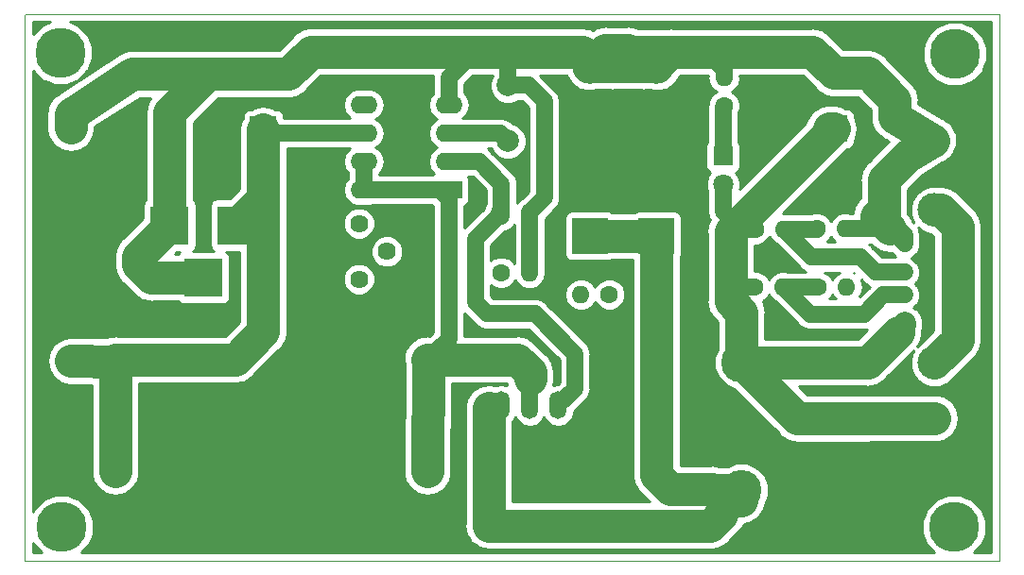
<source format=gbr>
%TF.GenerationSoftware,KiCad,Pcbnew,(5.0.0)*%
%TF.CreationDate,2018-07-29T14:19:51+09:00*%
%TF.ProjectId,mc33063buck1,6D6333333036336275636B312E6B6963,rev?*%
%TF.SameCoordinates,Original*%
%TF.FileFunction,Copper,L2,Bot,Signal*%
%TF.FilePolarity,Positive*%
%FSLAX46Y46*%
G04 Gerber Fmt 4.6, Leading zero omitted, Abs format (unit mm)*
G04 Created by KiCad (PCBNEW (5.0.0)) date 07/29/18 14:19:51*
%MOMM*%
%LPD*%
G01*
G04 APERTURE LIST*
%ADD10C,0.100000*%
%ADD11C,2.400000*%
%ADD12O,2.400000X2.400000*%
%ADD13R,3.200000X3.200000*%
%ADD14O,3.200000X3.200000*%
%ADD15C,4.500000*%
%ADD16C,2.600000*%
%ADD17C,2.000000*%
%ADD18R,2.400000X2.400000*%
%ADD19R,1.800000X1.800000*%
%ADD20C,1.800000*%
%ADD21C,1.500000*%
%ADD22C,3.000000*%
%ADD23C,3.600000*%
%ADD24O,1.501140X2.499360*%
%ADD25C,1.600000*%
%ADD26O,1.600000X1.600000*%
%ADD27R,2.400000X1.600000*%
%ADD28O,2.400000X1.600000*%
%ADD29R,3.500000X3.500000*%
%ADD30C,1.620000*%
%ADD31C,1.500000*%
%ADD32C,3.000000*%
%ADD33C,2.000000*%
%ADD34C,0.254000*%
G04 APERTURE END LIST*
D10*
X101968300Y-18897600D02*
X14770100Y-18897600D01*
X101968300Y-67919600D02*
X101968300Y-18897600D01*
X14744700Y-67919600D02*
X101968300Y-67919600D01*
X14744700Y-18973800D02*
X14744700Y-67919600D01*
D11*
X22860000Y-59905900D03*
D12*
X50800000Y-59905900D03*
D13*
X71297800Y-38798500D03*
D14*
X71297800Y-23558500D03*
D15*
X17894300Y-22352000D03*
X97942400Y-64897000D03*
X98005900Y-22491700D03*
D16*
X96037400Y-30213300D03*
D17*
X58000900Y-30289500D03*
X58000900Y-25289500D03*
D18*
X87160100Y-29184600D03*
D11*
X87160100Y-24184600D03*
D18*
X36080700Y-29273500D03*
D11*
X36080700Y-24273500D03*
D13*
X65316100Y-38798500D03*
D14*
X65316100Y-23558500D03*
D19*
X77254100Y-31623000D03*
D20*
X77254100Y-34163000D03*
D16*
X18897600Y-50012600D03*
X18834100Y-29108400D03*
X96202500Y-55130700D03*
D21*
X93510100Y-39511700D03*
X93510100Y-42051700D03*
X93510100Y-44081700D03*
X93510100Y-46621700D03*
D22*
X96180100Y-36461700D03*
X96180100Y-50181700D03*
D23*
X78905100Y-61595000D03*
X78905100Y-50155000D03*
D24*
X59956700Y-53987700D03*
X62496700Y-53987700D03*
X57416700Y-53987700D03*
D25*
X57391300Y-42087800D03*
D26*
X59931300Y-42087800D03*
D25*
X67068700Y-44043600D03*
D26*
X64528700Y-44043600D03*
D25*
X57404000Y-36664900D03*
D26*
X59944000Y-36664900D03*
D25*
X77330300Y-27127200D03*
D26*
X77330300Y-24587200D03*
D25*
X80086200Y-43370500D03*
D26*
X82626200Y-43370500D03*
D25*
X85788500Y-43370500D03*
D26*
X88328500Y-43370500D03*
D25*
X80149700Y-38188900D03*
D26*
X82689700Y-38188900D03*
D25*
X85661500Y-38163500D03*
D26*
X88201500Y-38163500D03*
D27*
X52692300Y-34658300D03*
D28*
X45072300Y-27038300D03*
X52692300Y-32118300D03*
X45072300Y-29578300D03*
X52692300Y-29578300D03*
X45072300Y-32118300D03*
X52692300Y-27038300D03*
X45072300Y-34658300D03*
D29*
X33705800Y-37833300D03*
X27705800Y-37833300D03*
X30705800Y-42533300D03*
D15*
X18021300Y-64897000D03*
D11*
X22860000Y-49898300D03*
D12*
X50800000Y-49898300D03*
D30*
X44653200Y-42680900D03*
X47153200Y-40180900D03*
X44653200Y-37680900D03*
D31*
X52692300Y-29578300D02*
X57289700Y-29578300D01*
X57289700Y-29578300D02*
X58000900Y-30289500D01*
D32*
X18834100Y-29108400D02*
X18834100Y-27851100D01*
X18834100Y-27851100D02*
X24380200Y-24273500D01*
X24380200Y-24273500D02*
X31149300Y-24273500D01*
X27705800Y-37833300D02*
X27705800Y-27717000D01*
X27705800Y-27717000D02*
X31149300Y-24273500D01*
X30705800Y-42533300D02*
X26061400Y-42533300D01*
X26061400Y-42533300D02*
X24904700Y-41376600D01*
X24904700Y-41376600D02*
X24904700Y-40634400D01*
X24904700Y-40634400D02*
X27705800Y-37833300D01*
X65316100Y-23558500D02*
X67322700Y-23558500D01*
X68605400Y-22275800D02*
X72580500Y-22275800D01*
X67322700Y-23558500D02*
X68605400Y-22275800D01*
X71297800Y-23558500D02*
X70789800Y-23558500D01*
X70789800Y-23558500D02*
X70167500Y-23558500D01*
X70167500Y-23558500D02*
X68745100Y-22136100D01*
X68745100Y-22136100D02*
X66738500Y-22136100D01*
X66738500Y-22136100D02*
X65316100Y-23558500D01*
D31*
X77330300Y-24587200D02*
X77330300Y-23863300D01*
X77330300Y-23863300D02*
X75742800Y-22275800D01*
D32*
X65316100Y-23558500D02*
X71297800Y-23558500D01*
X71297800Y-23558500D02*
X72580500Y-22275800D01*
X85251300Y-22275800D02*
X87160100Y-24184600D01*
X72580500Y-22275800D02*
X75742800Y-22275800D01*
X75742800Y-22275800D02*
X85251300Y-22275800D01*
X87160100Y-24184600D02*
X90199200Y-24184600D01*
X92608400Y-28130500D02*
X96037400Y-30213300D01*
X92608400Y-26593800D02*
X92608400Y-28130500D01*
X90199200Y-24184600D02*
X92608400Y-26593800D01*
X36080700Y-24273500D02*
X31149300Y-24273500D01*
X96037400Y-30213300D02*
X93814900Y-31597600D01*
X91655900Y-33756600D02*
X91655900Y-37657500D01*
X93814900Y-31597600D02*
X91655900Y-33756600D01*
X90982800Y-36984400D02*
X91655900Y-37657500D01*
X91655900Y-37657500D02*
X92161900Y-38163500D01*
D31*
X90982800Y-36984400D02*
X92161900Y-38163500D01*
X92161900Y-38163500D02*
X93510100Y-39511700D01*
D32*
X96037400Y-30213300D02*
X95008700Y-30213300D01*
D31*
X93510100Y-39511700D02*
X93510100Y-38722300D01*
X93510100Y-38722300D02*
X92951300Y-38163500D01*
X92951300Y-38163500D02*
X88201500Y-38163500D01*
X59944000Y-36664900D02*
X59944000Y-42075100D01*
X59944000Y-42075100D02*
X59931300Y-42087800D01*
X58000900Y-25289500D02*
X59820800Y-25289500D01*
X61252100Y-35356800D02*
X59944000Y-36664900D01*
X61252100Y-26720800D02*
X61252100Y-35356800D01*
X59820800Y-25289500D02*
X61252100Y-26720800D01*
X52692300Y-27038300D02*
X52692300Y-24599900D01*
X52692300Y-24599900D02*
X55029100Y-22263100D01*
X58000900Y-25289500D02*
X58000900Y-22263100D01*
X58686700Y-21805900D02*
X58686700Y-22263100D01*
X58458100Y-21805900D02*
X58686700Y-21805900D01*
X58000900Y-22263100D02*
X58458100Y-21805900D01*
D32*
X65316100Y-23558500D02*
X65392300Y-23558500D01*
X36080700Y-24273500D02*
X38337500Y-24273500D01*
X64681100Y-22263100D02*
X65316100Y-23558500D01*
X40347900Y-22263100D02*
X55029100Y-22263100D01*
X55029100Y-22263100D02*
X58686700Y-22263100D01*
X58686700Y-22263100D02*
X64681100Y-22263100D01*
X38337500Y-24273500D02*
X40347900Y-22263100D01*
D31*
X77254100Y-34163000D02*
X77254100Y-36576000D01*
X78511400Y-37833300D02*
X78511400Y-38188900D01*
X77254100Y-36576000D02*
X78511400Y-37833300D01*
X80149700Y-38188900D02*
X78511400Y-38188900D01*
X78511400Y-38188900D02*
X78155800Y-38188900D01*
X78155800Y-38188900D02*
X77939900Y-38404800D01*
X80086200Y-43370500D02*
X78295500Y-43370500D01*
X78295500Y-43370500D02*
X77939900Y-43726100D01*
D32*
X78905100Y-50155000D02*
X78905100Y-45631100D01*
X77939900Y-38404800D02*
X87160100Y-29184600D01*
X77939900Y-44665900D02*
X77939900Y-43726100D01*
X77939900Y-43726100D02*
X77939900Y-38404800D01*
X78905100Y-45631100D02*
X77939900Y-44665900D01*
X87160100Y-29184600D02*
X86741000Y-29184600D01*
X96202500Y-55130700D02*
X83918900Y-55168800D01*
X83918900Y-55168800D02*
X78905100Y-50155000D01*
D33*
X93510100Y-46621700D02*
X93510100Y-46850300D01*
X93510100Y-46850300D02*
X92913200Y-47447200D01*
D32*
X78905100Y-50155000D02*
X90205400Y-50155000D01*
X92913200Y-47447200D02*
X92913200Y-47409100D01*
X90205400Y-50155000D02*
X92913200Y-47447200D01*
X36080700Y-35458400D02*
X36080700Y-47371000D01*
X33578800Y-49872900D02*
X22860000Y-49898300D01*
X36080700Y-47371000D02*
X33578800Y-49872900D01*
X18897600Y-50012600D02*
X22720300Y-50038000D01*
X22720300Y-50038000D02*
X22860000Y-50177700D01*
X22860000Y-50177700D02*
X22860000Y-59905900D01*
X33705800Y-37833300D02*
X34213800Y-37833300D01*
X36080700Y-29273500D02*
X36080700Y-35458400D01*
X36080700Y-35458400D02*
X33705800Y-37833300D01*
X22885400Y-49923700D02*
X22860000Y-49898300D01*
D31*
X45072300Y-29578300D02*
X36385500Y-29578300D01*
X36385500Y-29578300D02*
X36080700Y-29273500D01*
D32*
X71297800Y-38798500D02*
X71297800Y-38836600D01*
D31*
X57416700Y-53987700D02*
X57416700Y-54305200D01*
D32*
X65316100Y-38798500D02*
X71297800Y-38798500D01*
X56273700Y-63474600D02*
X56273700Y-54254400D01*
X56261000Y-64757300D02*
X56273700Y-63474600D01*
X78905100Y-61595000D02*
X78905100Y-62471300D01*
X77105101Y-63394999D02*
X77105101Y-63788699D01*
X78905100Y-61595000D02*
X77105101Y-63394999D01*
X76136500Y-64757300D02*
X56261000Y-64757300D01*
X77105101Y-63788699D02*
X76136500Y-64757300D01*
X76359516Y-61595000D02*
X76270616Y-61506100D01*
X78905100Y-61595000D02*
X76359516Y-61595000D01*
X76270616Y-61506100D02*
X72567800Y-61506100D01*
X71297800Y-60236100D02*
X71297800Y-38798500D01*
X72567800Y-61506100D02*
X71297800Y-60236100D01*
D31*
X77254100Y-31623000D02*
X77254100Y-27203400D01*
X77254100Y-27203400D02*
X77330300Y-27127200D01*
X93510100Y-42051700D02*
X90908600Y-42051700D01*
X85178900Y-40678100D02*
X82689700Y-38188900D01*
X89535000Y-40678100D02*
X85178900Y-40678100D01*
X90908600Y-42051700D02*
X89535000Y-40678100D01*
X82689700Y-38188900D02*
X85636100Y-38188900D01*
X85636100Y-38188900D02*
X85661500Y-38163500D01*
X85788500Y-43370500D02*
X82626200Y-43370500D01*
X82626200Y-43370500D02*
X85064600Y-45808900D01*
X85064600Y-45808900D02*
X89865200Y-45808900D01*
X89865200Y-45808900D02*
X91592400Y-44081700D01*
X91592400Y-44081700D02*
X93510100Y-44081700D01*
D32*
X96180100Y-36461700D02*
X96748600Y-36461700D01*
X96748600Y-36461700D02*
X98247200Y-37960300D01*
X98247200Y-37960300D02*
X98247200Y-48114600D01*
X98247200Y-48114600D02*
X96180100Y-50181700D01*
X50800000Y-59905900D02*
X50850800Y-49949100D01*
X50850800Y-49949100D02*
X50800000Y-49898300D01*
D31*
X52692300Y-34658300D02*
X52692300Y-48006000D01*
X52692300Y-48006000D02*
X50800000Y-49898300D01*
X52273200Y-35077400D02*
X52692300Y-34658300D01*
X52692300Y-34658300D02*
X52832000Y-34798000D01*
X59956700Y-53987700D02*
X59956700Y-51574700D01*
D32*
X58826400Y-49872900D02*
X59982100Y-51028600D01*
X59982100Y-51028600D02*
X59982100Y-51549300D01*
X58826400Y-49872900D02*
X50800000Y-49898300D01*
D31*
X59956700Y-51574700D02*
X59982100Y-51549300D01*
X45072300Y-32118300D02*
X45072300Y-34658300D01*
X45072300Y-34658300D02*
X52692300Y-34658300D01*
X57404000Y-36664900D02*
X57404000Y-36741100D01*
X57404000Y-36741100D02*
X55079900Y-39065200D01*
X63995300Y-52489100D02*
X62496700Y-53987700D01*
X63995300Y-49352200D02*
X63995300Y-52489100D01*
X60413900Y-45770800D02*
X63995300Y-49352200D01*
X56108600Y-45770800D02*
X60413900Y-45770800D01*
X55079900Y-44742100D02*
X56108600Y-45770800D01*
X55079900Y-39065200D02*
X55079900Y-44742100D01*
X57404000Y-36664900D02*
X57175400Y-36664900D01*
X57404000Y-36664900D02*
X57404000Y-37007800D01*
X52692300Y-32118300D02*
X55410100Y-32118300D01*
X57404000Y-34112200D02*
X57404000Y-36664900D01*
X55410100Y-32118300D02*
X57404000Y-34112200D01*
D34*
G36*
X101206300Y-67195700D02*
X99723705Y-67195700D01*
X100388184Y-66531221D01*
X100391302Y-66523694D01*
X100394569Y-66521625D01*
X100610009Y-65995689D01*
X100827400Y-65470862D01*
X100827400Y-65464991D01*
X100829627Y-65459554D01*
X100827400Y-64891183D01*
X100827400Y-64323138D01*
X100825153Y-64317713D01*
X100825130Y-64311838D01*
X100394569Y-63272375D01*
X100391302Y-63270306D01*
X100388184Y-63262779D01*
X99576621Y-62451216D01*
X99569094Y-62448098D01*
X99567025Y-62444831D01*
X99041089Y-62229391D01*
X98516262Y-62012000D01*
X98510391Y-62012000D01*
X98504954Y-62009773D01*
X97936583Y-62012000D01*
X97368538Y-62012000D01*
X97363113Y-62014247D01*
X97357238Y-62014270D01*
X96317775Y-62444831D01*
X96315706Y-62448098D01*
X96308179Y-62451216D01*
X95496616Y-63262779D01*
X95493498Y-63270306D01*
X95490231Y-63272375D01*
X95274791Y-63798311D01*
X95057400Y-64323138D01*
X95057400Y-64329009D01*
X95055173Y-64334446D01*
X95057400Y-64902817D01*
X95057400Y-65470862D01*
X95059647Y-65476287D01*
X95059670Y-65482162D01*
X95490231Y-66521625D01*
X95493498Y-66523694D01*
X95496616Y-66531221D01*
X96161095Y-67195700D01*
X19802605Y-67195700D01*
X20467084Y-66531221D01*
X20470202Y-66523694D01*
X20473469Y-66521625D01*
X20688909Y-65995689D01*
X20906300Y-65470862D01*
X20906300Y-65464991D01*
X20908527Y-65459554D01*
X20906300Y-64891183D01*
X20906300Y-64323138D01*
X20904053Y-64317713D01*
X20904030Y-64311838D01*
X20473469Y-63272375D01*
X20470202Y-63270306D01*
X20467084Y-63262779D01*
X19655521Y-62451216D01*
X19647994Y-62448098D01*
X19645925Y-62444831D01*
X19119989Y-62229391D01*
X18595162Y-62012000D01*
X18589291Y-62012000D01*
X18583854Y-62009773D01*
X18015483Y-62012000D01*
X17447438Y-62012000D01*
X17442013Y-62014247D01*
X17436138Y-62014270D01*
X16396675Y-62444831D01*
X16394606Y-62448098D01*
X16387079Y-62451216D01*
X15575516Y-63262779D01*
X15572398Y-63270306D01*
X15569131Y-63272375D01*
X15481300Y-63486789D01*
X15481300Y-28241243D01*
X16692521Y-28241243D01*
X16699100Y-28257881D01*
X16699100Y-29318678D01*
X16822974Y-29941435D01*
X17294851Y-30647649D01*
X18001064Y-31119526D01*
X18834100Y-31285227D01*
X19667135Y-31119526D01*
X20373349Y-30647649D01*
X20845226Y-29941436D01*
X20969100Y-29318679D01*
X20969100Y-29014543D01*
X25009065Y-26408500D01*
X26012370Y-26408500D01*
X25694674Y-26883965D01*
X25528974Y-27717000D01*
X25570801Y-27927280D01*
X25570800Y-35576841D01*
X25497991Y-35625491D01*
X25357643Y-35835535D01*
X25308360Y-36083300D01*
X25308360Y-37211395D01*
X23543717Y-38976038D01*
X23365452Y-39095151D01*
X22893574Y-39801364D01*
X22769700Y-40424121D01*
X22769700Y-40424125D01*
X22727874Y-40634400D01*
X22769700Y-40844675D01*
X22769700Y-41166325D01*
X22727874Y-41376600D01*
X22769700Y-41586875D01*
X22769700Y-41586878D01*
X22893574Y-42209635D01*
X23365451Y-42915849D01*
X23543719Y-43034964D01*
X24403036Y-43894281D01*
X24522151Y-44072549D01*
X25228364Y-44544426D01*
X25851121Y-44668300D01*
X25851125Y-44668300D01*
X26061400Y-44710126D01*
X26271675Y-44668300D01*
X28449341Y-44668300D01*
X28497991Y-44741109D01*
X28708035Y-44881457D01*
X28955800Y-44930740D01*
X32455800Y-44930740D01*
X32703565Y-44881457D01*
X32913609Y-44741109D01*
X33053957Y-44531065D01*
X33103240Y-44283300D01*
X33103240Y-40783300D01*
X33053957Y-40535535D01*
X32913609Y-40325491D01*
X32771805Y-40230740D01*
X33945700Y-40230740D01*
X33945701Y-46486653D01*
X32692360Y-47739995D01*
X23067773Y-47762802D01*
X22860000Y-47721474D01*
X22647217Y-47763799D01*
X22644663Y-47763805D01*
X22441030Y-47804812D01*
X22026965Y-47887174D01*
X22024779Y-47888635D01*
X22022201Y-47889154D01*
X22008694Y-47898225D01*
X18701512Y-47876250D01*
X18077946Y-47995984D01*
X17368613Y-48463158D01*
X16892054Y-49166220D01*
X16720822Y-49998137D01*
X16880984Y-50832254D01*
X17348158Y-51541587D01*
X18051220Y-52018146D01*
X18673140Y-52146155D01*
X20725000Y-52159789D01*
X20725001Y-60116179D01*
X20848875Y-60738936D01*
X21320752Y-61445149D01*
X22026965Y-61917026D01*
X22860000Y-62082727D01*
X23693036Y-61917026D01*
X24399249Y-61445149D01*
X24871126Y-60738936D01*
X24995000Y-60116179D01*
X24995000Y-52028246D01*
X33371027Y-52008398D01*
X33578800Y-52049726D01*
X33791583Y-52007401D01*
X33794137Y-52007395D01*
X33997770Y-51966388D01*
X34411835Y-51884026D01*
X34414021Y-51882565D01*
X34416599Y-51882046D01*
X34767115Y-51646635D01*
X34939783Y-51531262D01*
X34941588Y-51529457D01*
X35121692Y-51408497D01*
X35238969Y-51232076D01*
X37441684Y-49029362D01*
X37619949Y-48910249D01*
X38091826Y-48204036D01*
X38215700Y-47581279D01*
X38215700Y-47581275D01*
X38257526Y-47371000D01*
X38215700Y-47160725D01*
X38215700Y-42393472D01*
X43208200Y-42393472D01*
X43208200Y-42968328D01*
X43428188Y-43499427D01*
X43834673Y-43905912D01*
X44365772Y-44125900D01*
X44940628Y-44125900D01*
X45471727Y-43905912D01*
X45878212Y-43499427D01*
X46098200Y-42968328D01*
X46098200Y-42393472D01*
X45878212Y-41862373D01*
X45471727Y-41455888D01*
X44940628Y-41235900D01*
X44365772Y-41235900D01*
X43834673Y-41455888D01*
X43428188Y-41862373D01*
X43208200Y-42393472D01*
X38215700Y-42393472D01*
X38215700Y-39893472D01*
X45708200Y-39893472D01*
X45708200Y-40468328D01*
X45928188Y-40999427D01*
X46334673Y-41405912D01*
X46865772Y-41625900D01*
X47440628Y-41625900D01*
X47971727Y-41405912D01*
X48378212Y-40999427D01*
X48598200Y-40468328D01*
X48598200Y-39893472D01*
X48378212Y-39362373D01*
X47971727Y-38955888D01*
X47440628Y-38735900D01*
X46865772Y-38735900D01*
X46334673Y-38955888D01*
X45928188Y-39362373D01*
X45708200Y-39893472D01*
X38215700Y-39893472D01*
X38215700Y-37393472D01*
X43208200Y-37393472D01*
X43208200Y-37968328D01*
X43428188Y-38499427D01*
X43834673Y-38905912D01*
X44365772Y-39125900D01*
X44940628Y-39125900D01*
X45471727Y-38905912D01*
X45878212Y-38499427D01*
X46098200Y-37968328D01*
X46098200Y-37393472D01*
X45878212Y-36862373D01*
X45471727Y-36455888D01*
X44940628Y-36235900D01*
X44365772Y-36235900D01*
X43834673Y-36455888D01*
X43428188Y-36862373D01*
X43208200Y-37393472D01*
X38215700Y-37393472D01*
X38215700Y-35668675D01*
X38257526Y-35458400D01*
X38215700Y-35248125D01*
X38215700Y-30963300D01*
X43817949Y-30963300D01*
X43637723Y-31083723D01*
X43320560Y-31558391D01*
X43209187Y-32118300D01*
X43320560Y-32678209D01*
X43637723Y-33152877D01*
X43687300Y-33186004D01*
X43687301Y-33590596D01*
X43637723Y-33623723D01*
X43320560Y-34098391D01*
X43209187Y-34658300D01*
X43320560Y-35218209D01*
X43637723Y-35692877D01*
X44112391Y-36010040D01*
X44530967Y-36093300D01*
X45613633Y-36093300D01*
X45865000Y-36043300D01*
X51224844Y-36043300D01*
X51244535Y-36056457D01*
X51264287Y-36060386D01*
X51274672Y-36075928D01*
X51307300Y-36097729D01*
X51307301Y-47432314D01*
X50981949Y-47757666D01*
X50800000Y-47721474D01*
X50586376Y-47763966D01*
X50582966Y-47763977D01*
X50380243Y-47804968D01*
X49966965Y-47887174D01*
X49964045Y-47889125D01*
X49960604Y-47889821D01*
X49611119Y-48124942D01*
X49260751Y-48359051D01*
X49258800Y-48361971D01*
X49255888Y-48363930D01*
X49022957Y-48714934D01*
X48788874Y-49065265D01*
X48788189Y-49068708D01*
X48786248Y-49071633D01*
X48705334Y-49485251D01*
X48623174Y-49898300D01*
X48623858Y-49901741D01*
X48623184Y-49905188D01*
X48706689Y-50318159D01*
X48713710Y-50353455D01*
X48663955Y-60105283D01*
X48784651Y-60728664D01*
X49252918Y-61437275D01*
X49956715Y-61912749D01*
X50788894Y-62082698D01*
X51622764Y-61921249D01*
X52331375Y-61452982D01*
X52806849Y-60749185D01*
X52933899Y-60127068D01*
X52975229Y-52026426D01*
X57897081Y-52010851D01*
X57930338Y-52178045D01*
X57416700Y-52075876D01*
X56876079Y-52183412D01*
X56859954Y-52194186D01*
X56273700Y-52077573D01*
X55440665Y-52243274D01*
X54734452Y-52715151D01*
X54262575Y-53421364D01*
X54138701Y-54044121D01*
X54138700Y-63464075D01*
X54128081Y-64536558D01*
X54084173Y-64757300D01*
X54164970Y-65163495D01*
X54241726Y-65570384D01*
X54247732Y-65579568D01*
X54249874Y-65590336D01*
X54479987Y-65934725D01*
X54706588Y-66281234D01*
X54715652Y-66287421D01*
X54721751Y-66296549D01*
X55066139Y-66526662D01*
X55408094Y-66760079D01*
X55418835Y-66762326D01*
X55427964Y-66768426D01*
X55834191Y-66849230D01*
X56239449Y-66934020D01*
X56460610Y-66892300D01*
X75926225Y-66892300D01*
X76136500Y-66934126D01*
X76346775Y-66892300D01*
X76346779Y-66892300D01*
X76969536Y-66768426D01*
X77675749Y-66296549D01*
X77794864Y-66118281D01*
X78466082Y-65447063D01*
X78644350Y-65327948D01*
X79025645Y-64757300D01*
X79116227Y-64621735D01*
X79119459Y-64605488D01*
X79738136Y-64482426D01*
X80444349Y-64010549D01*
X80916226Y-63304335D01*
X80993399Y-62916361D01*
X81340100Y-62079352D01*
X81340100Y-61110648D01*
X80969393Y-60215684D01*
X80284416Y-59530707D01*
X79389452Y-59160000D01*
X78420748Y-59160000D01*
X77696485Y-59460000D01*
X76927826Y-59460000D01*
X76480895Y-59371100D01*
X76480891Y-59371100D01*
X76270616Y-59329274D01*
X76060341Y-59371100D01*
X73452145Y-59371100D01*
X73432800Y-59351755D01*
X73432800Y-40740785D01*
X73495957Y-40646265D01*
X73545240Y-40398500D01*
X73545240Y-37198500D01*
X73495957Y-36950735D01*
X73355609Y-36740691D01*
X73145565Y-36600343D01*
X72897800Y-36551060D01*
X69697800Y-36551060D01*
X69450035Y-36600343D01*
X69355515Y-36663500D01*
X67258385Y-36663500D01*
X67163865Y-36600343D01*
X66916100Y-36551060D01*
X63716100Y-36551060D01*
X63468335Y-36600343D01*
X63258291Y-36740691D01*
X63117943Y-36950735D01*
X63068660Y-37198500D01*
X63068660Y-40398500D01*
X63117943Y-40646265D01*
X63258291Y-40856309D01*
X63468335Y-40996657D01*
X63716100Y-41045940D01*
X66916100Y-41045940D01*
X67163865Y-40996657D01*
X67258385Y-40933500D01*
X69162801Y-40933500D01*
X69162800Y-60025825D01*
X69120974Y-60236100D01*
X69162800Y-60446375D01*
X69162800Y-60446378D01*
X69286674Y-61069135D01*
X69758551Y-61775349D01*
X69936819Y-61894464D01*
X70664655Y-62622300D01*
X58408700Y-62622300D01*
X58408700Y-55490386D01*
X58415639Y-55485750D01*
X58686700Y-55080079D01*
X58957760Y-55485749D01*
X59416078Y-55791988D01*
X59956700Y-55899524D01*
X60497321Y-55791988D01*
X60955639Y-55485750D01*
X61226700Y-55080079D01*
X61497760Y-55485749D01*
X61956078Y-55791988D01*
X62496700Y-55899524D01*
X63037321Y-55791988D01*
X63495639Y-55485750D01*
X63801878Y-55027432D01*
X63882270Y-54623273D01*
X63882270Y-54560815D01*
X64878185Y-53564900D01*
X64993829Y-53487629D01*
X65299941Y-53029500D01*
X65380300Y-52625507D01*
X65380300Y-52625503D01*
X65407432Y-52489101D01*
X65380300Y-52352699D01*
X65380300Y-49488601D01*
X65407432Y-49352199D01*
X65380300Y-49215797D01*
X65380300Y-49215793D01*
X65299941Y-48811800D01*
X64993828Y-48353671D01*
X64878187Y-48276402D01*
X61489700Y-44887915D01*
X61412429Y-44772271D01*
X60954300Y-44466159D01*
X60550307Y-44385800D01*
X60413900Y-44358667D01*
X60277493Y-44385800D01*
X56682285Y-44385800D01*
X56464900Y-44168415D01*
X56464900Y-44043600D01*
X63065587Y-44043600D01*
X63176960Y-44603509D01*
X63494123Y-45078177D01*
X63968791Y-45395340D01*
X64387367Y-45478600D01*
X64670033Y-45478600D01*
X65088609Y-45395340D01*
X65563277Y-45078177D01*
X65798306Y-44726432D01*
X65852166Y-44856462D01*
X66255838Y-45260134D01*
X66783261Y-45478600D01*
X67354139Y-45478600D01*
X67881562Y-45260134D01*
X68285234Y-44856462D01*
X68503700Y-44329039D01*
X68503700Y-43758161D01*
X68285234Y-43230738D01*
X67881562Y-42827066D01*
X67354139Y-42608600D01*
X66783261Y-42608600D01*
X66255838Y-42827066D01*
X65852166Y-43230738D01*
X65798306Y-43360768D01*
X65563277Y-43009023D01*
X65088609Y-42691860D01*
X64670033Y-42608600D01*
X64387367Y-42608600D01*
X63968791Y-42691860D01*
X63494123Y-43009023D01*
X63176960Y-43483691D01*
X63065587Y-44043600D01*
X56464900Y-44043600D01*
X56464900Y-43190796D01*
X56578438Y-43304334D01*
X57105861Y-43522800D01*
X57676739Y-43522800D01*
X58204162Y-43304334D01*
X58607834Y-42900662D01*
X58661694Y-42770632D01*
X58896723Y-43122377D01*
X59371391Y-43439540D01*
X59789967Y-43522800D01*
X60072633Y-43522800D01*
X60491209Y-43439540D01*
X60965877Y-43122377D01*
X61283040Y-42647709D01*
X61394413Y-42087800D01*
X61329000Y-41758947D01*
X61329000Y-37238585D01*
X62134988Y-36432598D01*
X62250629Y-36355329D01*
X62556741Y-35897200D01*
X62637100Y-35493207D01*
X62664233Y-35356800D01*
X62637100Y-35220393D01*
X62637100Y-26857207D01*
X62664233Y-26720800D01*
X62556741Y-26180400D01*
X62327897Y-25837911D01*
X62327895Y-25837909D01*
X62250628Y-25722271D01*
X62134990Y-25645004D01*
X60896599Y-24406614D01*
X60890910Y-24398100D01*
X63204321Y-24398100D01*
X63210776Y-24430554D01*
X63704755Y-25169845D01*
X64444046Y-25663824D01*
X65095972Y-25793500D01*
X65536228Y-25793500D01*
X66038963Y-25693500D01*
X67112425Y-25693500D01*
X67322700Y-25735326D01*
X67532975Y-25693500D01*
X69957226Y-25693500D01*
X70167499Y-25735326D01*
X70377773Y-25693500D01*
X70574937Y-25693500D01*
X71077672Y-25793500D01*
X71517928Y-25793500D01*
X72169854Y-25663824D01*
X72909145Y-25169845D01*
X73318616Y-24557029D01*
X73464845Y-24410800D01*
X75902275Y-24410800D01*
X75867187Y-24587200D01*
X75978560Y-25147109D01*
X76295723Y-25621777D01*
X76647468Y-25856806D01*
X76517438Y-25910666D01*
X76113766Y-26314338D01*
X76001779Y-26584699D01*
X75949459Y-26663001D01*
X75931087Y-26755364D01*
X75895300Y-26841761D01*
X75895300Y-26935277D01*
X75841967Y-27203400D01*
X75869101Y-27339812D01*
X75869100Y-30305884D01*
X75755943Y-30475235D01*
X75706660Y-30723000D01*
X75706660Y-32523000D01*
X75755943Y-32770765D01*
X75896291Y-32980809D01*
X76106335Y-33121157D01*
X76122008Y-33124275D01*
X75952790Y-33293493D01*
X75719100Y-33857670D01*
X75719100Y-34468330D01*
X75869100Y-34830462D01*
X75869101Y-36439589D01*
X75841967Y-36576000D01*
X75949459Y-37116399D01*
X76091250Y-37328603D01*
X75928774Y-37571765D01*
X75763074Y-38404800D01*
X75804901Y-38615079D01*
X75804900Y-43515821D01*
X75804900Y-44455625D01*
X75763074Y-44665900D01*
X75804900Y-44876175D01*
X75804900Y-44876178D01*
X75928774Y-45498935D01*
X76400651Y-46205149D01*
X76578919Y-46324264D01*
X76770101Y-46515446D01*
X76770100Y-48946385D01*
X76470100Y-49670648D01*
X76470100Y-50639352D01*
X76840807Y-51534316D01*
X77525784Y-52219293D01*
X78250049Y-52519294D01*
X82262904Y-56532150D01*
X82384433Y-56712815D01*
X82735365Y-56945730D01*
X83085864Y-57179926D01*
X83089239Y-57180597D01*
X83092106Y-57182500D01*
X83505549Y-57263406D01*
X83918900Y-57345626D01*
X84132458Y-57303147D01*
X96419399Y-57265037D01*
X97041769Y-57139232D01*
X97746515Y-56665167D01*
X98216200Y-55957494D01*
X98379316Y-55123949D01*
X98211032Y-54291431D01*
X97736967Y-53586685D01*
X97029294Y-53117000D01*
X96406155Y-52995059D01*
X84800502Y-53031056D01*
X84059446Y-52290000D01*
X89995125Y-52290000D01*
X90205400Y-52331826D01*
X90415675Y-52290000D01*
X90415679Y-52290000D01*
X91038436Y-52166126D01*
X91744649Y-51694249D01*
X91863764Y-51515981D01*
X94274184Y-49105562D01*
X94330541Y-49067905D01*
X94288086Y-49170401D01*
X94168974Y-49348665D01*
X94127148Y-49558941D01*
X94045100Y-49757022D01*
X94045100Y-49971425D01*
X94003274Y-50181700D01*
X94045100Y-50391975D01*
X94045100Y-50606378D01*
X94127148Y-50804459D01*
X94168974Y-51014735D01*
X94288086Y-51192999D01*
X94370134Y-51391080D01*
X94521738Y-51542684D01*
X94640851Y-51720949D01*
X94819116Y-51840062D01*
X94970720Y-51991666D01*
X95168801Y-52073714D01*
X95347065Y-52192826D01*
X95557341Y-52234652D01*
X95755422Y-52316700D01*
X95969825Y-52316700D01*
X96180100Y-52358526D01*
X96390375Y-52316700D01*
X96604778Y-52316700D01*
X96802859Y-52234652D01*
X97013135Y-52192826D01*
X97191399Y-52073714D01*
X97389480Y-51991666D01*
X99608184Y-49772962D01*
X99786449Y-49653849D01*
X100258326Y-48947636D01*
X100382200Y-48324879D01*
X100382200Y-48324875D01*
X100424026Y-48114600D01*
X100382200Y-47904325D01*
X100382200Y-38170573D01*
X100424026Y-37960299D01*
X100382200Y-37750026D01*
X100382200Y-37750021D01*
X100258326Y-37127264D01*
X99786449Y-36421051D01*
X99608184Y-36301938D01*
X98406964Y-35100719D01*
X98287849Y-34922451D01*
X97581636Y-34450574D01*
X96958879Y-34326700D01*
X96958875Y-34326700D01*
X96748600Y-34284874D01*
X96538325Y-34326700D01*
X95755422Y-34326700D01*
X95557343Y-34408747D01*
X95347064Y-34450574D01*
X95168799Y-34569687D01*
X94970720Y-34651734D01*
X94819116Y-34803338D01*
X94640851Y-34922451D01*
X94521738Y-35100716D01*
X94370134Y-35252320D01*
X94288087Y-35450399D01*
X94168974Y-35628664D01*
X94127147Y-35838943D01*
X94045100Y-36037022D01*
X94045100Y-36251421D01*
X94003273Y-36461700D01*
X94045100Y-36671979D01*
X94045100Y-36886378D01*
X94127147Y-37084457D01*
X94168974Y-37294736D01*
X94288087Y-37473001D01*
X94336595Y-37590110D01*
X94196882Y-37450397D01*
X94173026Y-37330465D01*
X93820262Y-36802517D01*
X93790900Y-36773155D01*
X93790900Y-34640945D01*
X95151462Y-33280384D01*
X96835720Y-32231332D01*
X96870436Y-32224426D01*
X97087346Y-32079491D01*
X97323818Y-31969347D01*
X97437186Y-31845736D01*
X97576649Y-31752549D01*
X97676573Y-31603002D01*
X97807756Y-31479956D01*
X97841900Y-31404452D01*
X97897906Y-31343385D01*
X97955340Y-31185799D01*
X98048526Y-31046336D01*
X98083615Y-30869932D01*
X98157723Y-30706052D01*
X98160374Y-30623230D01*
X98188748Y-30545377D01*
X98181504Y-30377808D01*
X98214227Y-30213300D01*
X98179138Y-30036896D01*
X98184891Y-29857131D01*
X98155646Y-29779600D01*
X98152067Y-29696814D01*
X98081249Y-29544772D01*
X98048526Y-29380264D01*
X97948601Y-29230716D01*
X97885123Y-29062433D01*
X97828434Y-29001996D01*
X97793447Y-28926881D01*
X97669834Y-28813512D01*
X97576649Y-28674051D01*
X97427101Y-28574126D01*
X97304055Y-28442944D01*
X97077332Y-28340418D01*
X96870436Y-28202174D01*
X96823610Y-28192860D01*
X94743400Y-26929325D01*
X94743400Y-26804074D01*
X94785226Y-26593799D01*
X94743400Y-26383522D01*
X94743400Y-26383521D01*
X94619526Y-25760764D01*
X94147649Y-25054551D01*
X93969384Y-24935438D01*
X91857564Y-22823619D01*
X91738449Y-22645351D01*
X91032236Y-22173474D01*
X90409479Y-22049600D01*
X90409475Y-22049600D01*
X90199200Y-22007774D01*
X89988925Y-22049600D01*
X88044446Y-22049600D01*
X87923992Y-21929146D01*
X95118673Y-21929146D01*
X95120900Y-22497517D01*
X95120900Y-23065562D01*
X95123147Y-23070987D01*
X95123170Y-23076862D01*
X95553731Y-24116325D01*
X95556998Y-24118394D01*
X95560116Y-24125921D01*
X96371679Y-24937484D01*
X96379206Y-24940602D01*
X96381275Y-24943869D01*
X96907211Y-25159309D01*
X97432038Y-25376700D01*
X97437909Y-25376700D01*
X97443346Y-25378927D01*
X98011717Y-25376700D01*
X98579762Y-25376700D01*
X98585187Y-25374453D01*
X98591062Y-25374430D01*
X99630525Y-24943869D01*
X99632594Y-24940602D01*
X99640121Y-24937484D01*
X100451684Y-24125921D01*
X100454802Y-24118394D01*
X100458069Y-24116325D01*
X100673509Y-23590389D01*
X100890900Y-23065562D01*
X100890900Y-23059691D01*
X100893127Y-23054254D01*
X100890900Y-22485883D01*
X100890900Y-21917838D01*
X100888653Y-21912413D01*
X100888630Y-21906538D01*
X100458069Y-20867075D01*
X100454802Y-20865006D01*
X100451684Y-20857479D01*
X99640121Y-20045916D01*
X99632594Y-20042798D01*
X99630525Y-20039531D01*
X99104589Y-19824091D01*
X98579762Y-19606700D01*
X98573891Y-19606700D01*
X98568454Y-19604473D01*
X98000083Y-19606700D01*
X97432038Y-19606700D01*
X97426613Y-19608947D01*
X97420738Y-19608970D01*
X96381275Y-20039531D01*
X96379206Y-20042798D01*
X96371679Y-20045916D01*
X95560116Y-20857479D01*
X95556998Y-20865006D01*
X95553731Y-20867075D01*
X95338291Y-21393011D01*
X95120900Y-21917838D01*
X95120900Y-21923709D01*
X95118673Y-21929146D01*
X87923992Y-21929146D01*
X86909664Y-20914819D01*
X86790549Y-20736551D01*
X86084336Y-20264674D01*
X85461579Y-20140800D01*
X85461575Y-20140800D01*
X85251300Y-20098974D01*
X85041025Y-20140800D01*
X72790775Y-20140800D01*
X72580500Y-20098974D01*
X72370225Y-20140800D01*
X69601821Y-20140800D01*
X69578136Y-20124974D01*
X68955379Y-20001100D01*
X68955375Y-20001100D01*
X68745100Y-19959274D01*
X68534825Y-20001100D01*
X66948773Y-20001100D01*
X66738499Y-19959274D01*
X66528226Y-20001100D01*
X66528221Y-20001100D01*
X65905464Y-20124974D01*
X65614766Y-20319213D01*
X65514136Y-20251974D01*
X65445888Y-20238399D01*
X65385712Y-20203465D01*
X65031563Y-20155984D01*
X64891379Y-20128100D01*
X64823579Y-20128100D01*
X64543889Y-20090602D01*
X64402603Y-20128100D01*
X40558175Y-20128100D01*
X40347900Y-20086274D01*
X40137625Y-20128100D01*
X40137621Y-20128100D01*
X39514864Y-20251974D01*
X38808651Y-20723851D01*
X38689538Y-20902116D01*
X37453155Y-22138500D01*
X31359573Y-22138500D01*
X31149299Y-22096674D01*
X30939026Y-22138500D01*
X24397373Y-22138500D01*
X23990055Y-22131921D01*
X23774505Y-22217153D01*
X23547164Y-22262374D01*
X23208393Y-22488734D01*
X18018615Y-25836483D01*
X18001065Y-25839974D01*
X17662300Y-26066330D01*
X17500076Y-26170975D01*
X17487579Y-26183075D01*
X17294852Y-26311851D01*
X17185418Y-26475631D01*
X17043901Y-26612649D01*
X16951751Y-26825337D01*
X16822975Y-27018064D01*
X16784546Y-27211257D01*
X16706237Y-27392000D01*
X16702494Y-27623759D01*
X16699100Y-27640821D01*
X16699100Y-27833896D01*
X16692521Y-28241243D01*
X15481300Y-28241243D01*
X15481300Y-24019005D01*
X16260079Y-24797784D01*
X16267606Y-24800902D01*
X16269675Y-24804169D01*
X16795611Y-25019609D01*
X17320438Y-25237000D01*
X17326309Y-25237000D01*
X17331746Y-25239227D01*
X17900117Y-25237000D01*
X18468162Y-25237000D01*
X18473587Y-25234753D01*
X18479462Y-25234730D01*
X19518925Y-24804169D01*
X19520994Y-24800902D01*
X19528521Y-24797784D01*
X20340084Y-23986221D01*
X20343202Y-23978694D01*
X20346469Y-23976625D01*
X20561909Y-23450689D01*
X20779300Y-22925862D01*
X20779300Y-22919991D01*
X20781527Y-22914554D01*
X20779300Y-22346183D01*
X20779300Y-21778138D01*
X20777053Y-21772713D01*
X20777030Y-21766838D01*
X20346469Y-20727375D01*
X20343202Y-20725306D01*
X20340084Y-20717779D01*
X19528521Y-19906216D01*
X19520994Y-19903098D01*
X19518925Y-19899831D01*
X18992989Y-19684391D01*
X18747245Y-19582600D01*
X101206300Y-19582600D01*
X101206300Y-67195700D01*
X101206300Y-67195700D01*
G37*
X101206300Y-67195700D02*
X99723705Y-67195700D01*
X100388184Y-66531221D01*
X100391302Y-66523694D01*
X100394569Y-66521625D01*
X100610009Y-65995689D01*
X100827400Y-65470862D01*
X100827400Y-65464991D01*
X100829627Y-65459554D01*
X100827400Y-64891183D01*
X100827400Y-64323138D01*
X100825153Y-64317713D01*
X100825130Y-64311838D01*
X100394569Y-63272375D01*
X100391302Y-63270306D01*
X100388184Y-63262779D01*
X99576621Y-62451216D01*
X99569094Y-62448098D01*
X99567025Y-62444831D01*
X99041089Y-62229391D01*
X98516262Y-62012000D01*
X98510391Y-62012000D01*
X98504954Y-62009773D01*
X97936583Y-62012000D01*
X97368538Y-62012000D01*
X97363113Y-62014247D01*
X97357238Y-62014270D01*
X96317775Y-62444831D01*
X96315706Y-62448098D01*
X96308179Y-62451216D01*
X95496616Y-63262779D01*
X95493498Y-63270306D01*
X95490231Y-63272375D01*
X95274791Y-63798311D01*
X95057400Y-64323138D01*
X95057400Y-64329009D01*
X95055173Y-64334446D01*
X95057400Y-64902817D01*
X95057400Y-65470862D01*
X95059647Y-65476287D01*
X95059670Y-65482162D01*
X95490231Y-66521625D01*
X95493498Y-66523694D01*
X95496616Y-66531221D01*
X96161095Y-67195700D01*
X19802605Y-67195700D01*
X20467084Y-66531221D01*
X20470202Y-66523694D01*
X20473469Y-66521625D01*
X20688909Y-65995689D01*
X20906300Y-65470862D01*
X20906300Y-65464991D01*
X20908527Y-65459554D01*
X20906300Y-64891183D01*
X20906300Y-64323138D01*
X20904053Y-64317713D01*
X20904030Y-64311838D01*
X20473469Y-63272375D01*
X20470202Y-63270306D01*
X20467084Y-63262779D01*
X19655521Y-62451216D01*
X19647994Y-62448098D01*
X19645925Y-62444831D01*
X19119989Y-62229391D01*
X18595162Y-62012000D01*
X18589291Y-62012000D01*
X18583854Y-62009773D01*
X18015483Y-62012000D01*
X17447438Y-62012000D01*
X17442013Y-62014247D01*
X17436138Y-62014270D01*
X16396675Y-62444831D01*
X16394606Y-62448098D01*
X16387079Y-62451216D01*
X15575516Y-63262779D01*
X15572398Y-63270306D01*
X15569131Y-63272375D01*
X15481300Y-63486789D01*
X15481300Y-28241243D01*
X16692521Y-28241243D01*
X16699100Y-28257881D01*
X16699100Y-29318678D01*
X16822974Y-29941435D01*
X17294851Y-30647649D01*
X18001064Y-31119526D01*
X18834100Y-31285227D01*
X19667135Y-31119526D01*
X20373349Y-30647649D01*
X20845226Y-29941436D01*
X20969100Y-29318679D01*
X20969100Y-29014543D01*
X25009065Y-26408500D01*
X26012370Y-26408500D01*
X25694674Y-26883965D01*
X25528974Y-27717000D01*
X25570801Y-27927280D01*
X25570800Y-35576841D01*
X25497991Y-35625491D01*
X25357643Y-35835535D01*
X25308360Y-36083300D01*
X25308360Y-37211395D01*
X23543717Y-38976038D01*
X23365452Y-39095151D01*
X22893574Y-39801364D01*
X22769700Y-40424121D01*
X22769700Y-40424125D01*
X22727874Y-40634400D01*
X22769700Y-40844675D01*
X22769700Y-41166325D01*
X22727874Y-41376600D01*
X22769700Y-41586875D01*
X22769700Y-41586878D01*
X22893574Y-42209635D01*
X23365451Y-42915849D01*
X23543719Y-43034964D01*
X24403036Y-43894281D01*
X24522151Y-44072549D01*
X25228364Y-44544426D01*
X25851121Y-44668300D01*
X25851125Y-44668300D01*
X26061400Y-44710126D01*
X26271675Y-44668300D01*
X28449341Y-44668300D01*
X28497991Y-44741109D01*
X28708035Y-44881457D01*
X28955800Y-44930740D01*
X32455800Y-44930740D01*
X32703565Y-44881457D01*
X32913609Y-44741109D01*
X33053957Y-44531065D01*
X33103240Y-44283300D01*
X33103240Y-40783300D01*
X33053957Y-40535535D01*
X32913609Y-40325491D01*
X32771805Y-40230740D01*
X33945700Y-40230740D01*
X33945701Y-46486653D01*
X32692360Y-47739995D01*
X23067773Y-47762802D01*
X22860000Y-47721474D01*
X22647217Y-47763799D01*
X22644663Y-47763805D01*
X22441030Y-47804812D01*
X22026965Y-47887174D01*
X22024779Y-47888635D01*
X22022201Y-47889154D01*
X22008694Y-47898225D01*
X18701512Y-47876250D01*
X18077946Y-47995984D01*
X17368613Y-48463158D01*
X16892054Y-49166220D01*
X16720822Y-49998137D01*
X16880984Y-50832254D01*
X17348158Y-51541587D01*
X18051220Y-52018146D01*
X18673140Y-52146155D01*
X20725000Y-52159789D01*
X20725001Y-60116179D01*
X20848875Y-60738936D01*
X21320752Y-61445149D01*
X22026965Y-61917026D01*
X22860000Y-62082727D01*
X23693036Y-61917026D01*
X24399249Y-61445149D01*
X24871126Y-60738936D01*
X24995000Y-60116179D01*
X24995000Y-52028246D01*
X33371027Y-52008398D01*
X33578800Y-52049726D01*
X33791583Y-52007401D01*
X33794137Y-52007395D01*
X33997770Y-51966388D01*
X34411835Y-51884026D01*
X34414021Y-51882565D01*
X34416599Y-51882046D01*
X34767115Y-51646635D01*
X34939783Y-51531262D01*
X34941588Y-51529457D01*
X35121692Y-51408497D01*
X35238969Y-51232076D01*
X37441684Y-49029362D01*
X37619949Y-48910249D01*
X38091826Y-48204036D01*
X38215700Y-47581279D01*
X38215700Y-47581275D01*
X38257526Y-47371000D01*
X38215700Y-47160725D01*
X38215700Y-42393472D01*
X43208200Y-42393472D01*
X43208200Y-42968328D01*
X43428188Y-43499427D01*
X43834673Y-43905912D01*
X44365772Y-44125900D01*
X44940628Y-44125900D01*
X45471727Y-43905912D01*
X45878212Y-43499427D01*
X46098200Y-42968328D01*
X46098200Y-42393472D01*
X45878212Y-41862373D01*
X45471727Y-41455888D01*
X44940628Y-41235900D01*
X44365772Y-41235900D01*
X43834673Y-41455888D01*
X43428188Y-41862373D01*
X43208200Y-42393472D01*
X38215700Y-42393472D01*
X38215700Y-39893472D01*
X45708200Y-39893472D01*
X45708200Y-40468328D01*
X45928188Y-40999427D01*
X46334673Y-41405912D01*
X46865772Y-41625900D01*
X47440628Y-41625900D01*
X47971727Y-41405912D01*
X48378212Y-40999427D01*
X48598200Y-40468328D01*
X48598200Y-39893472D01*
X48378212Y-39362373D01*
X47971727Y-38955888D01*
X47440628Y-38735900D01*
X46865772Y-38735900D01*
X46334673Y-38955888D01*
X45928188Y-39362373D01*
X45708200Y-39893472D01*
X38215700Y-39893472D01*
X38215700Y-37393472D01*
X43208200Y-37393472D01*
X43208200Y-37968328D01*
X43428188Y-38499427D01*
X43834673Y-38905912D01*
X44365772Y-39125900D01*
X44940628Y-39125900D01*
X45471727Y-38905912D01*
X45878212Y-38499427D01*
X46098200Y-37968328D01*
X46098200Y-37393472D01*
X45878212Y-36862373D01*
X45471727Y-36455888D01*
X44940628Y-36235900D01*
X44365772Y-36235900D01*
X43834673Y-36455888D01*
X43428188Y-36862373D01*
X43208200Y-37393472D01*
X38215700Y-37393472D01*
X38215700Y-35668675D01*
X38257526Y-35458400D01*
X38215700Y-35248125D01*
X38215700Y-30963300D01*
X43817949Y-30963300D01*
X43637723Y-31083723D01*
X43320560Y-31558391D01*
X43209187Y-32118300D01*
X43320560Y-32678209D01*
X43637723Y-33152877D01*
X43687300Y-33186004D01*
X43687301Y-33590596D01*
X43637723Y-33623723D01*
X43320560Y-34098391D01*
X43209187Y-34658300D01*
X43320560Y-35218209D01*
X43637723Y-35692877D01*
X44112391Y-36010040D01*
X44530967Y-36093300D01*
X45613633Y-36093300D01*
X45865000Y-36043300D01*
X51224844Y-36043300D01*
X51244535Y-36056457D01*
X51264287Y-36060386D01*
X51274672Y-36075928D01*
X51307300Y-36097729D01*
X51307301Y-47432314D01*
X50981949Y-47757666D01*
X50800000Y-47721474D01*
X50586376Y-47763966D01*
X50582966Y-47763977D01*
X50380243Y-47804968D01*
X49966965Y-47887174D01*
X49964045Y-47889125D01*
X49960604Y-47889821D01*
X49611119Y-48124942D01*
X49260751Y-48359051D01*
X49258800Y-48361971D01*
X49255888Y-48363930D01*
X49022957Y-48714934D01*
X48788874Y-49065265D01*
X48788189Y-49068708D01*
X48786248Y-49071633D01*
X48705334Y-49485251D01*
X48623174Y-49898300D01*
X48623858Y-49901741D01*
X48623184Y-49905188D01*
X48706689Y-50318159D01*
X48713710Y-50353455D01*
X48663955Y-60105283D01*
X48784651Y-60728664D01*
X49252918Y-61437275D01*
X49956715Y-61912749D01*
X50788894Y-62082698D01*
X51622764Y-61921249D01*
X52331375Y-61452982D01*
X52806849Y-60749185D01*
X52933899Y-60127068D01*
X52975229Y-52026426D01*
X57897081Y-52010851D01*
X57930338Y-52178045D01*
X57416700Y-52075876D01*
X56876079Y-52183412D01*
X56859954Y-52194186D01*
X56273700Y-52077573D01*
X55440665Y-52243274D01*
X54734452Y-52715151D01*
X54262575Y-53421364D01*
X54138701Y-54044121D01*
X54138700Y-63464075D01*
X54128081Y-64536558D01*
X54084173Y-64757300D01*
X54164970Y-65163495D01*
X54241726Y-65570384D01*
X54247732Y-65579568D01*
X54249874Y-65590336D01*
X54479987Y-65934725D01*
X54706588Y-66281234D01*
X54715652Y-66287421D01*
X54721751Y-66296549D01*
X55066139Y-66526662D01*
X55408094Y-66760079D01*
X55418835Y-66762326D01*
X55427964Y-66768426D01*
X55834191Y-66849230D01*
X56239449Y-66934020D01*
X56460610Y-66892300D01*
X75926225Y-66892300D01*
X76136500Y-66934126D01*
X76346775Y-66892300D01*
X76346779Y-66892300D01*
X76969536Y-66768426D01*
X77675749Y-66296549D01*
X77794864Y-66118281D01*
X78466082Y-65447063D01*
X78644350Y-65327948D01*
X79025645Y-64757300D01*
X79116227Y-64621735D01*
X79119459Y-64605488D01*
X79738136Y-64482426D01*
X80444349Y-64010549D01*
X80916226Y-63304335D01*
X80993399Y-62916361D01*
X81340100Y-62079352D01*
X81340100Y-61110648D01*
X80969393Y-60215684D01*
X80284416Y-59530707D01*
X79389452Y-59160000D01*
X78420748Y-59160000D01*
X77696485Y-59460000D01*
X76927826Y-59460000D01*
X76480895Y-59371100D01*
X76480891Y-59371100D01*
X76270616Y-59329274D01*
X76060341Y-59371100D01*
X73452145Y-59371100D01*
X73432800Y-59351755D01*
X73432800Y-40740785D01*
X73495957Y-40646265D01*
X73545240Y-40398500D01*
X73545240Y-37198500D01*
X73495957Y-36950735D01*
X73355609Y-36740691D01*
X73145565Y-36600343D01*
X72897800Y-36551060D01*
X69697800Y-36551060D01*
X69450035Y-36600343D01*
X69355515Y-36663500D01*
X67258385Y-36663500D01*
X67163865Y-36600343D01*
X66916100Y-36551060D01*
X63716100Y-36551060D01*
X63468335Y-36600343D01*
X63258291Y-36740691D01*
X63117943Y-36950735D01*
X63068660Y-37198500D01*
X63068660Y-40398500D01*
X63117943Y-40646265D01*
X63258291Y-40856309D01*
X63468335Y-40996657D01*
X63716100Y-41045940D01*
X66916100Y-41045940D01*
X67163865Y-40996657D01*
X67258385Y-40933500D01*
X69162801Y-40933500D01*
X69162800Y-60025825D01*
X69120974Y-60236100D01*
X69162800Y-60446375D01*
X69162800Y-60446378D01*
X69286674Y-61069135D01*
X69758551Y-61775349D01*
X69936819Y-61894464D01*
X70664655Y-62622300D01*
X58408700Y-62622300D01*
X58408700Y-55490386D01*
X58415639Y-55485750D01*
X58686700Y-55080079D01*
X58957760Y-55485749D01*
X59416078Y-55791988D01*
X59956700Y-55899524D01*
X60497321Y-55791988D01*
X60955639Y-55485750D01*
X61226700Y-55080079D01*
X61497760Y-55485749D01*
X61956078Y-55791988D01*
X62496700Y-55899524D01*
X63037321Y-55791988D01*
X63495639Y-55485750D01*
X63801878Y-55027432D01*
X63882270Y-54623273D01*
X63882270Y-54560815D01*
X64878185Y-53564900D01*
X64993829Y-53487629D01*
X65299941Y-53029500D01*
X65380300Y-52625507D01*
X65380300Y-52625503D01*
X65407432Y-52489101D01*
X65380300Y-52352699D01*
X65380300Y-49488601D01*
X65407432Y-49352199D01*
X65380300Y-49215797D01*
X65380300Y-49215793D01*
X65299941Y-48811800D01*
X64993828Y-48353671D01*
X64878187Y-48276402D01*
X61489700Y-44887915D01*
X61412429Y-44772271D01*
X60954300Y-44466159D01*
X60550307Y-44385800D01*
X60413900Y-44358667D01*
X60277493Y-44385800D01*
X56682285Y-44385800D01*
X56464900Y-44168415D01*
X56464900Y-44043600D01*
X63065587Y-44043600D01*
X63176960Y-44603509D01*
X63494123Y-45078177D01*
X63968791Y-45395340D01*
X64387367Y-45478600D01*
X64670033Y-45478600D01*
X65088609Y-45395340D01*
X65563277Y-45078177D01*
X65798306Y-44726432D01*
X65852166Y-44856462D01*
X66255838Y-45260134D01*
X66783261Y-45478600D01*
X67354139Y-45478600D01*
X67881562Y-45260134D01*
X68285234Y-44856462D01*
X68503700Y-44329039D01*
X68503700Y-43758161D01*
X68285234Y-43230738D01*
X67881562Y-42827066D01*
X67354139Y-42608600D01*
X66783261Y-42608600D01*
X66255838Y-42827066D01*
X65852166Y-43230738D01*
X65798306Y-43360768D01*
X65563277Y-43009023D01*
X65088609Y-42691860D01*
X64670033Y-42608600D01*
X64387367Y-42608600D01*
X63968791Y-42691860D01*
X63494123Y-43009023D01*
X63176960Y-43483691D01*
X63065587Y-44043600D01*
X56464900Y-44043600D01*
X56464900Y-43190796D01*
X56578438Y-43304334D01*
X57105861Y-43522800D01*
X57676739Y-43522800D01*
X58204162Y-43304334D01*
X58607834Y-42900662D01*
X58661694Y-42770632D01*
X58896723Y-43122377D01*
X59371391Y-43439540D01*
X59789967Y-43522800D01*
X60072633Y-43522800D01*
X60491209Y-43439540D01*
X60965877Y-43122377D01*
X61283040Y-42647709D01*
X61394413Y-42087800D01*
X61329000Y-41758947D01*
X61329000Y-37238585D01*
X62134988Y-36432598D01*
X62250629Y-36355329D01*
X62556741Y-35897200D01*
X62637100Y-35493207D01*
X62664233Y-35356800D01*
X62637100Y-35220393D01*
X62637100Y-26857207D01*
X62664233Y-26720800D01*
X62556741Y-26180400D01*
X62327897Y-25837911D01*
X62327895Y-25837909D01*
X62250628Y-25722271D01*
X62134990Y-25645004D01*
X60896599Y-24406614D01*
X60890910Y-24398100D01*
X63204321Y-24398100D01*
X63210776Y-24430554D01*
X63704755Y-25169845D01*
X64444046Y-25663824D01*
X65095972Y-25793500D01*
X65536228Y-25793500D01*
X66038963Y-25693500D01*
X67112425Y-25693500D01*
X67322700Y-25735326D01*
X67532975Y-25693500D01*
X69957226Y-25693500D01*
X70167499Y-25735326D01*
X70377773Y-25693500D01*
X70574937Y-25693500D01*
X71077672Y-25793500D01*
X71517928Y-25793500D01*
X72169854Y-25663824D01*
X72909145Y-25169845D01*
X73318616Y-24557029D01*
X73464845Y-24410800D01*
X75902275Y-24410800D01*
X75867187Y-24587200D01*
X75978560Y-25147109D01*
X76295723Y-25621777D01*
X76647468Y-25856806D01*
X76517438Y-25910666D01*
X76113766Y-26314338D01*
X76001779Y-26584699D01*
X75949459Y-26663001D01*
X75931087Y-26755364D01*
X75895300Y-26841761D01*
X75895300Y-26935277D01*
X75841967Y-27203400D01*
X75869101Y-27339812D01*
X75869100Y-30305884D01*
X75755943Y-30475235D01*
X75706660Y-30723000D01*
X75706660Y-32523000D01*
X75755943Y-32770765D01*
X75896291Y-32980809D01*
X76106335Y-33121157D01*
X76122008Y-33124275D01*
X75952790Y-33293493D01*
X75719100Y-33857670D01*
X75719100Y-34468330D01*
X75869100Y-34830462D01*
X75869101Y-36439589D01*
X75841967Y-36576000D01*
X75949459Y-37116399D01*
X76091250Y-37328603D01*
X75928774Y-37571765D01*
X75763074Y-38404800D01*
X75804901Y-38615079D01*
X75804900Y-43515821D01*
X75804900Y-44455625D01*
X75763074Y-44665900D01*
X75804900Y-44876175D01*
X75804900Y-44876178D01*
X75928774Y-45498935D01*
X76400651Y-46205149D01*
X76578919Y-46324264D01*
X76770101Y-46515446D01*
X76770100Y-48946385D01*
X76470100Y-49670648D01*
X76470100Y-50639352D01*
X76840807Y-51534316D01*
X77525784Y-52219293D01*
X78250049Y-52519294D01*
X82262904Y-56532150D01*
X82384433Y-56712815D01*
X82735365Y-56945730D01*
X83085864Y-57179926D01*
X83089239Y-57180597D01*
X83092106Y-57182500D01*
X83505549Y-57263406D01*
X83918900Y-57345626D01*
X84132458Y-57303147D01*
X96419399Y-57265037D01*
X97041769Y-57139232D01*
X97746515Y-56665167D01*
X98216200Y-55957494D01*
X98379316Y-55123949D01*
X98211032Y-54291431D01*
X97736967Y-53586685D01*
X97029294Y-53117000D01*
X96406155Y-52995059D01*
X84800502Y-53031056D01*
X84059446Y-52290000D01*
X89995125Y-52290000D01*
X90205400Y-52331826D01*
X90415675Y-52290000D01*
X90415679Y-52290000D01*
X91038436Y-52166126D01*
X91744649Y-51694249D01*
X91863764Y-51515981D01*
X94274184Y-49105562D01*
X94330541Y-49067905D01*
X94288086Y-49170401D01*
X94168974Y-49348665D01*
X94127148Y-49558941D01*
X94045100Y-49757022D01*
X94045100Y-49971425D01*
X94003274Y-50181700D01*
X94045100Y-50391975D01*
X94045100Y-50606378D01*
X94127148Y-50804459D01*
X94168974Y-51014735D01*
X94288086Y-51192999D01*
X94370134Y-51391080D01*
X94521738Y-51542684D01*
X94640851Y-51720949D01*
X94819116Y-51840062D01*
X94970720Y-51991666D01*
X95168801Y-52073714D01*
X95347065Y-52192826D01*
X95557341Y-52234652D01*
X95755422Y-52316700D01*
X95969825Y-52316700D01*
X96180100Y-52358526D01*
X96390375Y-52316700D01*
X96604778Y-52316700D01*
X96802859Y-52234652D01*
X97013135Y-52192826D01*
X97191399Y-52073714D01*
X97389480Y-51991666D01*
X99608184Y-49772962D01*
X99786449Y-49653849D01*
X100258326Y-48947636D01*
X100382200Y-48324879D01*
X100382200Y-48324875D01*
X100424026Y-48114600D01*
X100382200Y-47904325D01*
X100382200Y-38170573D01*
X100424026Y-37960299D01*
X100382200Y-37750026D01*
X100382200Y-37750021D01*
X100258326Y-37127264D01*
X99786449Y-36421051D01*
X99608184Y-36301938D01*
X98406964Y-35100719D01*
X98287849Y-34922451D01*
X97581636Y-34450574D01*
X96958879Y-34326700D01*
X96958875Y-34326700D01*
X96748600Y-34284874D01*
X96538325Y-34326700D01*
X95755422Y-34326700D01*
X95557343Y-34408747D01*
X95347064Y-34450574D01*
X95168799Y-34569687D01*
X94970720Y-34651734D01*
X94819116Y-34803338D01*
X94640851Y-34922451D01*
X94521738Y-35100716D01*
X94370134Y-35252320D01*
X94288087Y-35450399D01*
X94168974Y-35628664D01*
X94127147Y-35838943D01*
X94045100Y-36037022D01*
X94045100Y-36251421D01*
X94003273Y-36461700D01*
X94045100Y-36671979D01*
X94045100Y-36886378D01*
X94127147Y-37084457D01*
X94168974Y-37294736D01*
X94288087Y-37473001D01*
X94336595Y-37590110D01*
X94196882Y-37450397D01*
X94173026Y-37330465D01*
X93820262Y-36802517D01*
X93790900Y-36773155D01*
X93790900Y-34640945D01*
X95151462Y-33280384D01*
X96835720Y-32231332D01*
X96870436Y-32224426D01*
X97087346Y-32079491D01*
X97323818Y-31969347D01*
X97437186Y-31845736D01*
X97576649Y-31752549D01*
X97676573Y-31603002D01*
X97807756Y-31479956D01*
X97841900Y-31404452D01*
X97897906Y-31343385D01*
X97955340Y-31185799D01*
X98048526Y-31046336D01*
X98083615Y-30869932D01*
X98157723Y-30706052D01*
X98160374Y-30623230D01*
X98188748Y-30545377D01*
X98181504Y-30377808D01*
X98214227Y-30213300D01*
X98179138Y-30036896D01*
X98184891Y-29857131D01*
X98155646Y-29779600D01*
X98152067Y-29696814D01*
X98081249Y-29544772D01*
X98048526Y-29380264D01*
X97948601Y-29230716D01*
X97885123Y-29062433D01*
X97828434Y-29001996D01*
X97793447Y-28926881D01*
X97669834Y-28813512D01*
X97576649Y-28674051D01*
X97427101Y-28574126D01*
X97304055Y-28442944D01*
X97077332Y-28340418D01*
X96870436Y-28202174D01*
X96823610Y-28192860D01*
X94743400Y-26929325D01*
X94743400Y-26804074D01*
X94785226Y-26593799D01*
X94743400Y-26383522D01*
X94743400Y-26383521D01*
X94619526Y-25760764D01*
X94147649Y-25054551D01*
X93969384Y-24935438D01*
X91857564Y-22823619D01*
X91738449Y-22645351D01*
X91032236Y-22173474D01*
X90409479Y-22049600D01*
X90409475Y-22049600D01*
X90199200Y-22007774D01*
X89988925Y-22049600D01*
X88044446Y-22049600D01*
X87923992Y-21929146D01*
X95118673Y-21929146D01*
X95120900Y-22497517D01*
X95120900Y-23065562D01*
X95123147Y-23070987D01*
X95123170Y-23076862D01*
X95553731Y-24116325D01*
X95556998Y-24118394D01*
X95560116Y-24125921D01*
X96371679Y-24937484D01*
X96379206Y-24940602D01*
X96381275Y-24943869D01*
X96907211Y-25159309D01*
X97432038Y-25376700D01*
X97437909Y-25376700D01*
X97443346Y-25378927D01*
X98011717Y-25376700D01*
X98579762Y-25376700D01*
X98585187Y-25374453D01*
X98591062Y-25374430D01*
X99630525Y-24943869D01*
X99632594Y-24940602D01*
X99640121Y-24937484D01*
X100451684Y-24125921D01*
X100454802Y-24118394D01*
X100458069Y-24116325D01*
X100673509Y-23590389D01*
X100890900Y-23065562D01*
X100890900Y-23059691D01*
X100893127Y-23054254D01*
X100890900Y-22485883D01*
X100890900Y-21917838D01*
X100888653Y-21912413D01*
X100888630Y-21906538D01*
X100458069Y-20867075D01*
X100454802Y-20865006D01*
X100451684Y-20857479D01*
X99640121Y-20045916D01*
X99632594Y-20042798D01*
X99630525Y-20039531D01*
X99104589Y-19824091D01*
X98579762Y-19606700D01*
X98573891Y-19606700D01*
X98568454Y-19604473D01*
X98000083Y-19606700D01*
X97432038Y-19606700D01*
X97426613Y-19608947D01*
X97420738Y-19608970D01*
X96381275Y-20039531D01*
X96379206Y-20042798D01*
X96371679Y-20045916D01*
X95560116Y-20857479D01*
X95556998Y-20865006D01*
X95553731Y-20867075D01*
X95338291Y-21393011D01*
X95120900Y-21917838D01*
X95120900Y-21923709D01*
X95118673Y-21929146D01*
X87923992Y-21929146D01*
X86909664Y-20914819D01*
X86790549Y-20736551D01*
X86084336Y-20264674D01*
X85461579Y-20140800D01*
X85461575Y-20140800D01*
X85251300Y-20098974D01*
X85041025Y-20140800D01*
X72790775Y-20140800D01*
X72580500Y-20098974D01*
X72370225Y-20140800D01*
X69601821Y-20140800D01*
X69578136Y-20124974D01*
X68955379Y-20001100D01*
X68955375Y-20001100D01*
X68745100Y-19959274D01*
X68534825Y-20001100D01*
X66948773Y-20001100D01*
X66738499Y-19959274D01*
X66528226Y-20001100D01*
X66528221Y-20001100D01*
X65905464Y-20124974D01*
X65614766Y-20319213D01*
X65514136Y-20251974D01*
X65445888Y-20238399D01*
X65385712Y-20203465D01*
X65031563Y-20155984D01*
X64891379Y-20128100D01*
X64823579Y-20128100D01*
X64543889Y-20090602D01*
X64402603Y-20128100D01*
X40558175Y-20128100D01*
X40347900Y-20086274D01*
X40137625Y-20128100D01*
X40137621Y-20128100D01*
X39514864Y-20251974D01*
X38808651Y-20723851D01*
X38689538Y-20902116D01*
X37453155Y-22138500D01*
X31359573Y-22138500D01*
X31149299Y-22096674D01*
X30939026Y-22138500D01*
X24397373Y-22138500D01*
X23990055Y-22131921D01*
X23774505Y-22217153D01*
X23547164Y-22262374D01*
X23208393Y-22488734D01*
X18018615Y-25836483D01*
X18001065Y-25839974D01*
X17662300Y-26066330D01*
X17500076Y-26170975D01*
X17487579Y-26183075D01*
X17294852Y-26311851D01*
X17185418Y-26475631D01*
X17043901Y-26612649D01*
X16951751Y-26825337D01*
X16822975Y-27018064D01*
X16784546Y-27211257D01*
X16706237Y-27392000D01*
X16702494Y-27623759D01*
X16699100Y-27640821D01*
X16699100Y-27833896D01*
X16692521Y-28241243D01*
X15481300Y-28241243D01*
X15481300Y-24019005D01*
X16260079Y-24797784D01*
X16267606Y-24800902D01*
X16269675Y-24804169D01*
X16795611Y-25019609D01*
X17320438Y-25237000D01*
X17326309Y-25237000D01*
X17331746Y-25239227D01*
X17900117Y-25237000D01*
X18468162Y-25237000D01*
X18473587Y-25234753D01*
X18479462Y-25234730D01*
X19518925Y-24804169D01*
X19520994Y-24800902D01*
X19528521Y-24797784D01*
X20340084Y-23986221D01*
X20343202Y-23978694D01*
X20346469Y-23976625D01*
X20561909Y-23450689D01*
X20779300Y-22925862D01*
X20779300Y-22919991D01*
X20781527Y-22914554D01*
X20779300Y-22346183D01*
X20779300Y-21778138D01*
X20777053Y-21772713D01*
X20777030Y-21766838D01*
X20346469Y-20727375D01*
X20343202Y-20725306D01*
X20340084Y-20717779D01*
X19528521Y-19906216D01*
X19520994Y-19903098D01*
X19518925Y-19899831D01*
X18992989Y-19684391D01*
X18747245Y-19582600D01*
X101206300Y-19582600D01*
X101206300Y-67195700D01*
G36*
X54081372Y-45740629D02*
X54197013Y-45817898D01*
X55032800Y-46653685D01*
X55110071Y-46769329D01*
X55568200Y-47075441D01*
X55972193Y-47155800D01*
X55972197Y-47155800D01*
X56108599Y-47182932D01*
X56245001Y-47155800D01*
X59840215Y-47155800D01*
X62610300Y-49925885D01*
X62610301Y-51915414D01*
X62438203Y-52087512D01*
X62035955Y-52167524D01*
X62117100Y-51759578D01*
X62117100Y-51238878D01*
X62158927Y-51028600D01*
X61993226Y-50195564D01*
X61946562Y-50125726D01*
X61521349Y-49489351D01*
X61343079Y-49370235D01*
X60482351Y-48509506D01*
X60360770Y-48328788D01*
X60009692Y-48095809D01*
X59659435Y-47861774D01*
X59655992Y-47861089D01*
X59653067Y-47859148D01*
X59239608Y-47778266D01*
X58826400Y-47696074D01*
X58612777Y-47738566D01*
X54077300Y-47752919D01*
X54077300Y-45734535D01*
X54081372Y-45740629D01*
X54081372Y-45740629D01*
G37*
X54081372Y-45740629D02*
X54197013Y-45817898D01*
X55032800Y-46653685D01*
X55110071Y-46769329D01*
X55568200Y-47075441D01*
X55972193Y-47155800D01*
X55972197Y-47155800D01*
X56108599Y-47182932D01*
X56245001Y-47155800D01*
X59840215Y-47155800D01*
X62610300Y-49925885D01*
X62610301Y-51915414D01*
X62438203Y-52087512D01*
X62035955Y-52167524D01*
X62117100Y-51759578D01*
X62117100Y-51238878D01*
X62158927Y-51028600D01*
X61993226Y-50195564D01*
X61946562Y-50125726D01*
X61521349Y-49489351D01*
X61343079Y-49370235D01*
X60482351Y-48509506D01*
X60360770Y-48328788D01*
X60009692Y-48095809D01*
X59659435Y-47861774D01*
X59655992Y-47861089D01*
X59653067Y-47859148D01*
X59239608Y-47778266D01*
X58826400Y-47696074D01*
X58612777Y-47738566D01*
X54077300Y-47752919D01*
X54077300Y-45734535D01*
X54081372Y-45740629D01*
G36*
X94819116Y-38120062D02*
X94970720Y-38271666D01*
X95168799Y-38353713D01*
X95347064Y-38472826D01*
X95557343Y-38514653D01*
X95755422Y-38596700D01*
X95864255Y-38596700D01*
X96112200Y-38844646D01*
X96112201Y-47230253D01*
X94646656Y-48695798D01*
X94924326Y-48280236D01*
X95048200Y-47657479D01*
X95048200Y-47657474D01*
X95090026Y-47447201D01*
X95074213Y-47367703D01*
X95145100Y-47011330D01*
X95177131Y-46850301D01*
X95145100Y-46689271D01*
X95145100Y-46460669D01*
X95050236Y-45983755D01*
X94688869Y-45442931D01*
X94340397Y-45210090D01*
X94392991Y-45157496D01*
X94508629Y-45080229D01*
X94585896Y-44964591D01*
X94684247Y-44866240D01*
X94737474Y-44737738D01*
X94814741Y-44622100D01*
X94841874Y-44485694D01*
X94895100Y-44357194D01*
X94895100Y-44218107D01*
X94922233Y-44081700D01*
X94895100Y-43945293D01*
X94895100Y-43806206D01*
X94841874Y-43677706D01*
X94814741Y-43541300D01*
X94737474Y-43425662D01*
X94684247Y-43297160D01*
X94585896Y-43198809D01*
X94508629Y-43083171D01*
X94483978Y-43066700D01*
X94508629Y-43050229D01*
X94585896Y-42934591D01*
X94684247Y-42836240D01*
X94737474Y-42707738D01*
X94814741Y-42592100D01*
X94841874Y-42455694D01*
X94895100Y-42327194D01*
X94895100Y-42188107D01*
X94922233Y-42051700D01*
X94895100Y-41915293D01*
X94895100Y-41776206D01*
X94841874Y-41647706D01*
X94814741Y-41511300D01*
X94737474Y-41395662D01*
X94684247Y-41267160D01*
X94585896Y-41168809D01*
X94508629Y-41053171D01*
X94392991Y-40975904D01*
X94294640Y-40877553D01*
X94166138Y-40824326D01*
X94102344Y-40781700D01*
X94166138Y-40739074D01*
X94294640Y-40685847D01*
X94392991Y-40587496D01*
X94508629Y-40510229D01*
X94585896Y-40394591D01*
X94684247Y-40296240D01*
X94737474Y-40167738D01*
X94814741Y-40052100D01*
X94841874Y-39915694D01*
X94895100Y-39787194D01*
X94895100Y-39648106D01*
X94922233Y-39511700D01*
X94895100Y-39375293D01*
X94895100Y-38858707D01*
X94922233Y-38722300D01*
X94814741Y-38181900D01*
X94802447Y-38163501D01*
X94736567Y-38064905D01*
X94819116Y-38120062D01*
X94819116Y-38120062D01*
G37*
X94819116Y-38120062D02*
X94970720Y-38271666D01*
X95168799Y-38353713D01*
X95347064Y-38472826D01*
X95557343Y-38514653D01*
X95755422Y-38596700D01*
X95864255Y-38596700D01*
X96112200Y-38844646D01*
X96112201Y-47230253D01*
X94646656Y-48695798D01*
X94924326Y-48280236D01*
X95048200Y-47657479D01*
X95048200Y-47657474D01*
X95090026Y-47447201D01*
X95074213Y-47367703D01*
X95145100Y-47011330D01*
X95177131Y-46850301D01*
X95145100Y-46689271D01*
X95145100Y-46460669D01*
X95050236Y-45983755D01*
X94688869Y-45442931D01*
X94340397Y-45210090D01*
X94392991Y-45157496D01*
X94508629Y-45080229D01*
X94585896Y-44964591D01*
X94684247Y-44866240D01*
X94737474Y-44737738D01*
X94814741Y-44622100D01*
X94841874Y-44485694D01*
X94895100Y-44357194D01*
X94895100Y-44218107D01*
X94922233Y-44081700D01*
X94895100Y-43945293D01*
X94895100Y-43806206D01*
X94841874Y-43677706D01*
X94814741Y-43541300D01*
X94737474Y-43425662D01*
X94684247Y-43297160D01*
X94585896Y-43198809D01*
X94508629Y-43083171D01*
X94483978Y-43066700D01*
X94508629Y-43050229D01*
X94585896Y-42934591D01*
X94684247Y-42836240D01*
X94737474Y-42707738D01*
X94814741Y-42592100D01*
X94841874Y-42455694D01*
X94895100Y-42327194D01*
X94895100Y-42188107D01*
X94922233Y-42051700D01*
X94895100Y-41915293D01*
X94895100Y-41776206D01*
X94841874Y-41647706D01*
X94814741Y-41511300D01*
X94737474Y-41395662D01*
X94684247Y-41267160D01*
X94585896Y-41168809D01*
X94508629Y-41053171D01*
X94392991Y-40975904D01*
X94294640Y-40877553D01*
X94166138Y-40824326D01*
X94102344Y-40781700D01*
X94166138Y-40739074D01*
X94294640Y-40685847D01*
X94392991Y-40587496D01*
X94508629Y-40510229D01*
X94585896Y-40394591D01*
X94684247Y-40296240D01*
X94737474Y-40167738D01*
X94814741Y-40052100D01*
X94841874Y-39915694D01*
X94895100Y-39787194D01*
X94895100Y-39648106D01*
X94922233Y-39511700D01*
X94895100Y-39375293D01*
X94895100Y-38858707D01*
X94922233Y-38722300D01*
X94814741Y-38181900D01*
X94802447Y-38163501D01*
X94736567Y-38064905D01*
X94819116Y-38120062D01*
G36*
X81591623Y-44405077D02*
X81924540Y-44627525D01*
X83988800Y-46691785D01*
X84066071Y-46807429D01*
X84524200Y-47113541D01*
X84928193Y-47193900D01*
X85064599Y-47221033D01*
X85201005Y-47193900D01*
X89728793Y-47193900D01*
X89865200Y-47221033D01*
X90001607Y-47193900D01*
X90183294Y-47157760D01*
X89321055Y-48020000D01*
X81040100Y-48020000D01*
X81040100Y-45841375D01*
X81081926Y-45631100D01*
X81040100Y-45420825D01*
X81040100Y-45420821D01*
X80916226Y-44798064D01*
X80802066Y-44627211D01*
X80899062Y-44587034D01*
X81302734Y-44183362D01*
X81356594Y-44053332D01*
X81591623Y-44405077D01*
X81591623Y-44405077D01*
G37*
X81591623Y-44405077D02*
X81924540Y-44627525D01*
X83988800Y-46691785D01*
X84066071Y-46807429D01*
X84524200Y-47113541D01*
X84928193Y-47193900D01*
X85064599Y-47221033D01*
X85201005Y-47193900D01*
X89728793Y-47193900D01*
X89865200Y-47221033D01*
X90001607Y-47193900D01*
X90183294Y-47157760D01*
X89321055Y-48020000D01*
X81040100Y-48020000D01*
X81040100Y-45841375D01*
X81081926Y-45631100D01*
X81040100Y-45420825D01*
X81040100Y-45420821D01*
X80916226Y-44798064D01*
X80802066Y-44627211D01*
X80899062Y-44587034D01*
X81302734Y-44183362D01*
X81356594Y-44053332D01*
X81591623Y-44405077D01*
G36*
X87293923Y-44405077D02*
X87322094Y-44423900D01*
X86764496Y-44423900D01*
X87005034Y-44183362D01*
X87058894Y-44053332D01*
X87293923Y-44405077D01*
X87293923Y-44405077D01*
G37*
X87293923Y-44405077D02*
X87322094Y-44423900D01*
X86764496Y-44423900D01*
X87005034Y-44183362D01*
X87058894Y-44053332D01*
X87293923Y-44405077D01*
G36*
X89832802Y-42934588D02*
X89910071Y-43050229D01*
X90025711Y-43127497D01*
X90362729Y-43352685D01*
X89469277Y-44246138D01*
X89680240Y-43930409D01*
X89791613Y-43370500D01*
X89680240Y-42810591D01*
X89622719Y-42724505D01*
X89832802Y-42934588D01*
X89832802Y-42934588D01*
G37*
X89832802Y-42934588D02*
X89910071Y-43050229D01*
X90025711Y-43127497D01*
X90362729Y-43352685D01*
X89469277Y-44246138D01*
X89680240Y-43930409D01*
X89791613Y-43370500D01*
X89680240Y-42810591D01*
X89622719Y-42724505D01*
X89832802Y-42934588D01*
G36*
X87293923Y-42335923D02*
X87058894Y-42687668D01*
X87005034Y-42557638D01*
X86601362Y-42153966D01*
X86381992Y-42063100D01*
X87702231Y-42063100D01*
X87293923Y-42335923D01*
X87293923Y-42335923D01*
G37*
X87293923Y-42335923D02*
X87058894Y-42687668D01*
X87005034Y-42557638D01*
X86601362Y-42153966D01*
X86381992Y-42063100D01*
X87702231Y-42063100D01*
X87293923Y-42335923D01*
G36*
X81655123Y-39223477D02*
X81988040Y-39445925D01*
X84103100Y-41560985D01*
X84180371Y-41676629D01*
X84638500Y-41982741D01*
X84652370Y-41985500D01*
X83018900Y-41985500D01*
X82767533Y-41935500D01*
X82484867Y-41935500D01*
X82066291Y-42018760D01*
X81591623Y-42335923D01*
X81356594Y-42687668D01*
X81302734Y-42557638D01*
X80899062Y-42153966D01*
X80371639Y-41935500D01*
X80074900Y-41935500D01*
X80074900Y-39623900D01*
X80435139Y-39623900D01*
X80962562Y-39405434D01*
X81366234Y-39001762D01*
X81420094Y-38871732D01*
X81655123Y-39223477D01*
X81655123Y-39223477D01*
G37*
X81655123Y-39223477D02*
X81988040Y-39445925D01*
X84103100Y-41560985D01*
X84180371Y-41676629D01*
X84638500Y-41982741D01*
X84652370Y-41985500D01*
X83018900Y-41985500D01*
X82767533Y-41935500D01*
X82484867Y-41935500D01*
X82066291Y-42018760D01*
X81591623Y-42335923D01*
X81356594Y-42687668D01*
X81302734Y-42557638D01*
X80899062Y-42153966D01*
X80371639Y-41935500D01*
X80074900Y-41935500D01*
X80074900Y-39623900D01*
X80435139Y-39623900D01*
X80962562Y-39405434D01*
X81366234Y-39001762D01*
X81420094Y-38871732D01*
X81655123Y-39223477D01*
G36*
X88974496Y-42076282D02*
X88954769Y-42063100D01*
X88961315Y-42063100D01*
X88974496Y-42076282D01*
X88974496Y-42076282D01*
G37*
X88974496Y-42076282D02*
X88954769Y-42063100D01*
X88961315Y-42063100D01*
X88974496Y-42076282D01*
G36*
X58559001Y-41226105D02*
X58204162Y-40871266D01*
X57676739Y-40652800D01*
X57105861Y-40652800D01*
X56578438Y-40871266D01*
X56464900Y-40984804D01*
X56464900Y-39638885D01*
X57753341Y-38350445D01*
X57944400Y-38312441D01*
X58402529Y-38006329D01*
X58559000Y-37772153D01*
X58559001Y-41226105D01*
X58559001Y-41226105D01*
G37*
X58559001Y-41226105D02*
X58204162Y-40871266D01*
X57676739Y-40652800D01*
X57105861Y-40652800D01*
X56578438Y-40871266D01*
X56464900Y-40984804D01*
X56464900Y-39638885D01*
X57753341Y-38350445D01*
X57944400Y-38312441D01*
X58402529Y-38006329D01*
X58559000Y-37772153D01*
X58559001Y-41226105D01*
G36*
X90800917Y-39821862D02*
X91328865Y-40174626D01*
X92161899Y-40340326D01*
X92343847Y-40304134D01*
X92434307Y-40394594D01*
X92511571Y-40510228D01*
X92627206Y-40587493D01*
X92706413Y-40666700D01*
X91482286Y-40666700D01*
X90610799Y-39795214D01*
X90533529Y-39679571D01*
X90337367Y-39548500D01*
X90527555Y-39548500D01*
X90800917Y-39821862D01*
X90800917Y-39821862D01*
G37*
X90800917Y-39821862D02*
X91328865Y-40174626D01*
X92161899Y-40340326D01*
X92343847Y-40304134D01*
X92434307Y-40394594D01*
X92511571Y-40510228D01*
X92627206Y-40587493D01*
X92706413Y-40666700D01*
X91482286Y-40666700D01*
X90610799Y-39795214D01*
X90533529Y-39679571D01*
X90337367Y-39548500D01*
X90527555Y-39548500D01*
X90800917Y-39821862D01*
G36*
X28497991Y-40325491D02*
X28449341Y-40398300D01*
X28160145Y-40398300D01*
X28327705Y-40230740D01*
X28639795Y-40230740D01*
X28497991Y-40325491D01*
X28497991Y-40325491D01*
G37*
X28497991Y-40325491D02*
X28449341Y-40398300D01*
X28160145Y-40398300D01*
X28327705Y-40230740D01*
X28639795Y-40230740D01*
X28497991Y-40325491D01*
G36*
X51280167Y-24599900D02*
X51307301Y-24736311D01*
X51307300Y-25970596D01*
X51257723Y-26003723D01*
X50940560Y-26478391D01*
X50829187Y-27038300D01*
X50940560Y-27598209D01*
X51257723Y-28072877D01*
X51610058Y-28308300D01*
X51257723Y-28543723D01*
X50940560Y-29018391D01*
X50829187Y-29578300D01*
X50940560Y-30138209D01*
X51257723Y-30612877D01*
X51610058Y-30848300D01*
X51257723Y-31083723D01*
X50940560Y-31558391D01*
X50829187Y-32118300D01*
X50940560Y-32678209D01*
X51257723Y-33152877D01*
X51378406Y-33233515D01*
X51244535Y-33260143D01*
X51224844Y-33273300D01*
X46457300Y-33273300D01*
X46457300Y-33186003D01*
X46506877Y-33152877D01*
X46824040Y-32678209D01*
X46935413Y-32118300D01*
X46824040Y-31558391D01*
X46506877Y-31083723D01*
X46154542Y-30848300D01*
X46506877Y-30612877D01*
X46824040Y-30138209D01*
X46935413Y-29578300D01*
X46824040Y-29018391D01*
X46506877Y-28543723D01*
X46154542Y-28308300D01*
X46506877Y-28072877D01*
X46824040Y-27598209D01*
X46935413Y-27038300D01*
X46824040Y-26478391D01*
X46506877Y-26003723D01*
X46032209Y-25686560D01*
X45613633Y-25603300D01*
X44530967Y-25603300D01*
X44112391Y-25686560D01*
X43637723Y-26003723D01*
X43320560Y-26478391D01*
X43209187Y-27038300D01*
X43320560Y-27598209D01*
X43637723Y-28072877D01*
X43817949Y-28193300D01*
X37928140Y-28193300D01*
X37928140Y-28073500D01*
X37878857Y-27825735D01*
X37738509Y-27615691D01*
X37528465Y-27475343D01*
X37280700Y-27426060D01*
X37158708Y-27426060D01*
X36913735Y-27262374D01*
X36080700Y-27096673D01*
X35247664Y-27262374D01*
X35002691Y-27426060D01*
X34880700Y-27426060D01*
X34632935Y-27475343D01*
X34422891Y-27615691D01*
X34282543Y-27825735D01*
X34233260Y-28073500D01*
X34233260Y-28195492D01*
X34069574Y-28440465D01*
X33945700Y-29063222D01*
X33945701Y-34574053D01*
X33083895Y-35435860D01*
X31955800Y-35435860D01*
X31708035Y-35485143D01*
X31497991Y-35625491D01*
X31357643Y-35835535D01*
X31308360Y-36083300D01*
X31308360Y-39583300D01*
X31357643Y-39831065D01*
X31497991Y-40041109D01*
X31639795Y-40135860D01*
X29771805Y-40135860D01*
X29913609Y-40041109D01*
X30053957Y-39831065D01*
X30103240Y-39583300D01*
X30103240Y-36083300D01*
X30053957Y-35835535D01*
X29913609Y-35625491D01*
X29840800Y-35576841D01*
X29840800Y-28601345D01*
X32033646Y-26408500D01*
X38127225Y-26408500D01*
X38337500Y-26450326D01*
X38547775Y-26408500D01*
X38547779Y-26408500D01*
X39170536Y-26284626D01*
X39876749Y-25812749D01*
X39995864Y-25634481D01*
X41232246Y-24398100D01*
X51320307Y-24398100D01*
X51280167Y-24599900D01*
X51280167Y-24599900D01*
G37*
X51280167Y-24599900D02*
X51307301Y-24736311D01*
X51307300Y-25970596D01*
X51257723Y-26003723D01*
X50940560Y-26478391D01*
X50829187Y-27038300D01*
X50940560Y-27598209D01*
X51257723Y-28072877D01*
X51610058Y-28308300D01*
X51257723Y-28543723D01*
X50940560Y-29018391D01*
X50829187Y-29578300D01*
X50940560Y-30138209D01*
X51257723Y-30612877D01*
X51610058Y-30848300D01*
X51257723Y-31083723D01*
X50940560Y-31558391D01*
X50829187Y-32118300D01*
X50940560Y-32678209D01*
X51257723Y-33152877D01*
X51378406Y-33233515D01*
X51244535Y-33260143D01*
X51224844Y-33273300D01*
X46457300Y-33273300D01*
X46457300Y-33186003D01*
X46506877Y-33152877D01*
X46824040Y-32678209D01*
X46935413Y-32118300D01*
X46824040Y-31558391D01*
X46506877Y-31083723D01*
X46154542Y-30848300D01*
X46506877Y-30612877D01*
X46824040Y-30138209D01*
X46935413Y-29578300D01*
X46824040Y-29018391D01*
X46506877Y-28543723D01*
X46154542Y-28308300D01*
X46506877Y-28072877D01*
X46824040Y-27598209D01*
X46935413Y-27038300D01*
X46824040Y-26478391D01*
X46506877Y-26003723D01*
X46032209Y-25686560D01*
X45613633Y-25603300D01*
X44530967Y-25603300D01*
X44112391Y-25686560D01*
X43637723Y-26003723D01*
X43320560Y-26478391D01*
X43209187Y-27038300D01*
X43320560Y-27598209D01*
X43637723Y-28072877D01*
X43817949Y-28193300D01*
X37928140Y-28193300D01*
X37928140Y-28073500D01*
X37878857Y-27825735D01*
X37738509Y-27615691D01*
X37528465Y-27475343D01*
X37280700Y-27426060D01*
X37158708Y-27426060D01*
X36913735Y-27262374D01*
X36080700Y-27096673D01*
X35247664Y-27262374D01*
X35002691Y-27426060D01*
X34880700Y-27426060D01*
X34632935Y-27475343D01*
X34422891Y-27615691D01*
X34282543Y-27825735D01*
X34233260Y-28073500D01*
X34233260Y-28195492D01*
X34069574Y-28440465D01*
X33945700Y-29063222D01*
X33945701Y-34574053D01*
X33083895Y-35435860D01*
X31955800Y-35435860D01*
X31708035Y-35485143D01*
X31497991Y-35625491D01*
X31357643Y-35835535D01*
X31308360Y-36083300D01*
X31308360Y-39583300D01*
X31357643Y-39831065D01*
X31497991Y-40041109D01*
X31639795Y-40135860D01*
X29771805Y-40135860D01*
X29913609Y-40041109D01*
X30053957Y-39831065D01*
X30103240Y-39583300D01*
X30103240Y-36083300D01*
X30053957Y-35835535D01*
X29913609Y-35625491D01*
X29840800Y-35576841D01*
X29840800Y-28601345D01*
X32033646Y-26408500D01*
X38127225Y-26408500D01*
X38337500Y-26450326D01*
X38547775Y-26408500D01*
X38547779Y-26408500D01*
X39170536Y-26284626D01*
X39876749Y-25812749D01*
X39995864Y-25634481D01*
X41232246Y-24398100D01*
X51320307Y-24398100D01*
X51280167Y-24599900D01*
G36*
X87166923Y-39198077D02*
X87309135Y-39293100D01*
X86561296Y-39293100D01*
X86878034Y-38976362D01*
X86931894Y-38846332D01*
X87166923Y-39198077D01*
X87166923Y-39198077D01*
G37*
X87166923Y-39198077D02*
X87309135Y-39293100D01*
X86561296Y-39293100D01*
X86878034Y-38976362D01*
X86931894Y-38846332D01*
X87166923Y-39198077D01*
G36*
X56019000Y-34685885D02*
X56019001Y-35902641D01*
X55870759Y-36124500D01*
X55823295Y-36363120D01*
X54197012Y-37989403D01*
X54081371Y-38066672D01*
X54077300Y-38072765D01*
X54077300Y-36068942D01*
X54140065Y-36056457D01*
X54350109Y-35916109D01*
X54490457Y-35706065D01*
X54539740Y-35458300D01*
X54539740Y-33858300D01*
X54490457Y-33610535D01*
X54418804Y-33503300D01*
X54836415Y-33503300D01*
X56019000Y-34685885D01*
X56019000Y-34685885D01*
G37*
X56019000Y-34685885D02*
X56019001Y-35902641D01*
X55870759Y-36124500D01*
X55823295Y-36363120D01*
X54197012Y-37989403D01*
X54081371Y-38066672D01*
X54077300Y-38072765D01*
X54077300Y-36068942D01*
X54140065Y-36056457D01*
X54350109Y-35916109D01*
X54490457Y-35706065D01*
X54539740Y-35458300D01*
X54539740Y-33858300D01*
X54490457Y-33610535D01*
X54418804Y-33503300D01*
X54836415Y-33503300D01*
X56019000Y-34685885D01*
G36*
X85501737Y-25545583D02*
X85620851Y-25723849D01*
X86327064Y-26195726D01*
X86949821Y-26319600D01*
X86949825Y-26319600D01*
X87160100Y-26361426D01*
X87370375Y-26319600D01*
X89314855Y-26319600D01*
X90473400Y-27478146D01*
X90473400Y-27753568D01*
X90457052Y-27798423D01*
X90473400Y-28176610D01*
X90473400Y-28340779D01*
X90482467Y-28386361D01*
X90493733Y-28646985D01*
X90564552Y-28799029D01*
X90597275Y-28963536D01*
X90742207Y-29180441D01*
X90852353Y-29416918D01*
X90975967Y-29530288D01*
X91069152Y-29669749D01*
X91286057Y-29814681D01*
X91320307Y-29846092D01*
X91460609Y-29931312D01*
X91775365Y-30141626D01*
X91822191Y-30150940D01*
X92073628Y-30303665D01*
X92044544Y-30330945D01*
X92029961Y-30363193D01*
X90294919Y-32098236D01*
X90116651Y-32217351D01*
X89644774Y-32923565D01*
X89520900Y-33546322D01*
X89520900Y-33546325D01*
X89479074Y-33756600D01*
X89520900Y-33966875D01*
X89520900Y-35393468D01*
X89443551Y-35445151D01*
X88971674Y-36151365D01*
X88846930Y-36778500D01*
X88594200Y-36778500D01*
X88342833Y-36728500D01*
X88060167Y-36728500D01*
X87641591Y-36811760D01*
X87166923Y-37128923D01*
X86931894Y-37480668D01*
X86878034Y-37350638D01*
X86474362Y-36946966D01*
X85946939Y-36728500D01*
X85376061Y-36728500D01*
X85194029Y-36803900D01*
X83082400Y-36803900D01*
X82831033Y-36753900D01*
X82610145Y-36753900D01*
X88332006Y-31032040D01*
X88360100Y-31032040D01*
X88607865Y-30982757D01*
X88817909Y-30842409D01*
X88958257Y-30632365D01*
X89007540Y-30384600D01*
X89007540Y-30262609D01*
X89171226Y-30017636D01*
X89336927Y-29184600D01*
X89171226Y-28351564D01*
X89007540Y-28106591D01*
X89007540Y-27984600D01*
X88958257Y-27736835D01*
X88817909Y-27526791D01*
X88607865Y-27386443D01*
X88360100Y-27337160D01*
X88238109Y-27337160D01*
X87993136Y-27173474D01*
X87370379Y-27049600D01*
X87370375Y-27049600D01*
X87160100Y-27007774D01*
X86949825Y-27049600D01*
X86530721Y-27049600D01*
X85907964Y-27173474D01*
X85201751Y-27645351D01*
X84729874Y-28351564D01*
X84669309Y-28656045D01*
X78741070Y-34584285D01*
X78789100Y-34468330D01*
X78789100Y-33857670D01*
X78555410Y-33293493D01*
X78386192Y-33124275D01*
X78401865Y-33121157D01*
X78611909Y-32980809D01*
X78752257Y-32770765D01*
X78801540Y-32523000D01*
X78801540Y-30723000D01*
X78752257Y-30475235D01*
X78639100Y-30305885D01*
X78639100Y-27717312D01*
X78765300Y-27412639D01*
X78765300Y-26841761D01*
X78546834Y-26314338D01*
X78143162Y-25910666D01*
X78013132Y-25856806D01*
X78364877Y-25621777D01*
X78682040Y-25147109D01*
X78793413Y-24587200D01*
X78758325Y-24410800D01*
X84366955Y-24410800D01*
X85501737Y-25545583D01*
X85501737Y-25545583D01*
G37*
X85501737Y-25545583D02*
X85620851Y-25723849D01*
X86327064Y-26195726D01*
X86949821Y-26319600D01*
X86949825Y-26319600D01*
X87160100Y-26361426D01*
X87370375Y-26319600D01*
X89314855Y-26319600D01*
X90473400Y-27478146D01*
X90473400Y-27753568D01*
X90457052Y-27798423D01*
X90473400Y-28176610D01*
X90473400Y-28340779D01*
X90482467Y-28386361D01*
X90493733Y-28646985D01*
X90564552Y-28799029D01*
X90597275Y-28963536D01*
X90742207Y-29180441D01*
X90852353Y-29416918D01*
X90975967Y-29530288D01*
X91069152Y-29669749D01*
X91286057Y-29814681D01*
X91320307Y-29846092D01*
X91460609Y-29931312D01*
X91775365Y-30141626D01*
X91822191Y-30150940D01*
X92073628Y-30303665D01*
X92044544Y-30330945D01*
X92029961Y-30363193D01*
X90294919Y-32098236D01*
X90116651Y-32217351D01*
X89644774Y-32923565D01*
X89520900Y-33546322D01*
X89520900Y-33546325D01*
X89479074Y-33756600D01*
X89520900Y-33966875D01*
X89520900Y-35393468D01*
X89443551Y-35445151D01*
X88971674Y-36151365D01*
X88846930Y-36778500D01*
X88594200Y-36778500D01*
X88342833Y-36728500D01*
X88060167Y-36728500D01*
X87641591Y-36811760D01*
X87166923Y-37128923D01*
X86931894Y-37480668D01*
X86878034Y-37350638D01*
X86474362Y-36946966D01*
X85946939Y-36728500D01*
X85376061Y-36728500D01*
X85194029Y-36803900D01*
X83082400Y-36803900D01*
X82831033Y-36753900D01*
X82610145Y-36753900D01*
X88332006Y-31032040D01*
X88360100Y-31032040D01*
X88607865Y-30982757D01*
X88817909Y-30842409D01*
X88958257Y-30632365D01*
X89007540Y-30384600D01*
X89007540Y-30262609D01*
X89171226Y-30017636D01*
X89336927Y-29184600D01*
X89171226Y-28351564D01*
X89007540Y-28106591D01*
X89007540Y-27984600D01*
X88958257Y-27736835D01*
X88817909Y-27526791D01*
X88607865Y-27386443D01*
X88360100Y-27337160D01*
X88238109Y-27337160D01*
X87993136Y-27173474D01*
X87370379Y-27049600D01*
X87370375Y-27049600D01*
X87160100Y-27007774D01*
X86949825Y-27049600D01*
X86530721Y-27049600D01*
X85907964Y-27173474D01*
X85201751Y-27645351D01*
X84729874Y-28351564D01*
X84669309Y-28656045D01*
X78741070Y-34584285D01*
X78789100Y-34468330D01*
X78789100Y-33857670D01*
X78555410Y-33293493D01*
X78386192Y-33124275D01*
X78401865Y-33121157D01*
X78611909Y-32980809D01*
X78752257Y-32770765D01*
X78801540Y-32523000D01*
X78801540Y-30723000D01*
X78752257Y-30475235D01*
X78639100Y-30305885D01*
X78639100Y-27717312D01*
X78765300Y-27412639D01*
X78765300Y-26841761D01*
X78546834Y-26314338D01*
X78143162Y-25910666D01*
X78013132Y-25856806D01*
X78364877Y-25621777D01*
X78682040Y-25147109D01*
X78793413Y-24587200D01*
X78758325Y-24410800D01*
X84366955Y-24410800D01*
X85501737Y-25545583D01*
G36*
X56365900Y-24964278D02*
X56365900Y-25614722D01*
X56614814Y-26215653D01*
X57074747Y-26675586D01*
X57675678Y-26924500D01*
X58326122Y-26924500D01*
X58927053Y-26675586D01*
X58928139Y-26674500D01*
X59247115Y-26674500D01*
X59867100Y-27294486D01*
X59867101Y-34783113D01*
X59242339Y-35407875D01*
X58909423Y-35630323D01*
X58789000Y-35810549D01*
X58789000Y-34248601D01*
X58816132Y-34112199D01*
X58789000Y-33975797D01*
X58789000Y-33975793D01*
X58708641Y-33571800D01*
X58402528Y-33113671D01*
X58286887Y-33036402D01*
X56485900Y-31235415D01*
X56408629Y-31119771D01*
X56174454Y-30963300D01*
X56510286Y-30963300D01*
X56614814Y-31215653D01*
X57074747Y-31675586D01*
X57675678Y-31924500D01*
X58326122Y-31924500D01*
X58927053Y-31675586D01*
X59386986Y-31215653D01*
X59635900Y-30614722D01*
X59635900Y-29964278D01*
X59386986Y-29363347D01*
X58927053Y-28903414D01*
X58342769Y-28661395D01*
X58288229Y-28579771D01*
X57830100Y-28273659D01*
X57426107Y-28193300D01*
X57289700Y-28166167D01*
X57153293Y-28193300D01*
X53946651Y-28193300D01*
X54126877Y-28072877D01*
X54444040Y-27598209D01*
X54555413Y-27038300D01*
X54444040Y-26478391D01*
X54126877Y-26003723D01*
X54077300Y-25970597D01*
X54077300Y-25173585D01*
X54852786Y-24398100D01*
X56600419Y-24398100D01*
X56365900Y-24964278D01*
X56365900Y-24964278D01*
G37*
X56365900Y-24964278D02*
X56365900Y-25614722D01*
X56614814Y-26215653D01*
X57074747Y-26675586D01*
X57675678Y-26924500D01*
X58326122Y-26924500D01*
X58927053Y-26675586D01*
X58928139Y-26674500D01*
X59247115Y-26674500D01*
X59867100Y-27294486D01*
X59867101Y-34783113D01*
X59242339Y-35407875D01*
X58909423Y-35630323D01*
X58789000Y-35810549D01*
X58789000Y-34248601D01*
X58816132Y-34112199D01*
X58789000Y-33975797D01*
X58789000Y-33975793D01*
X58708641Y-33571800D01*
X58402528Y-33113671D01*
X58286887Y-33036402D01*
X56485900Y-31235415D01*
X56408629Y-31119771D01*
X56174454Y-30963300D01*
X56510286Y-30963300D01*
X56614814Y-31215653D01*
X57074747Y-31675586D01*
X57675678Y-31924500D01*
X58326122Y-31924500D01*
X58927053Y-31675586D01*
X59386986Y-31215653D01*
X59635900Y-30614722D01*
X59635900Y-29964278D01*
X59386986Y-29363347D01*
X58927053Y-28903414D01*
X58342769Y-28661395D01*
X58288229Y-28579771D01*
X57830100Y-28273659D01*
X57426107Y-28193300D01*
X57289700Y-28166167D01*
X57153293Y-28193300D01*
X53946651Y-28193300D01*
X54126877Y-28072877D01*
X54444040Y-27598209D01*
X54555413Y-27038300D01*
X54444040Y-26478391D01*
X54126877Y-26003723D01*
X54077300Y-25970597D01*
X54077300Y-25173585D01*
X54852786Y-24398100D01*
X56600419Y-24398100D01*
X56365900Y-24964278D01*
G36*
X15569131Y-66521625D02*
X15572398Y-66523694D01*
X15575516Y-66531221D01*
X16239995Y-67195700D01*
X15481300Y-67195700D01*
X15481300Y-66309583D01*
X15569131Y-66521625D01*
X15569131Y-66521625D01*
G37*
X15569131Y-66521625D02*
X15572398Y-66523694D01*
X15575516Y-66531221D01*
X16239995Y-67195700D01*
X15481300Y-67195700D01*
X15481300Y-66309583D01*
X15569131Y-66521625D01*
G36*
X16269675Y-19899831D02*
X16267606Y-19903098D01*
X16260079Y-19906216D01*
X15481300Y-20684995D01*
X15481300Y-19582600D01*
X17035536Y-19582600D01*
X16269675Y-19899831D01*
X16269675Y-19899831D01*
G37*
X16269675Y-19899831D02*
X16267606Y-19903098D01*
X16260079Y-19906216D01*
X15481300Y-20684995D01*
X15481300Y-19582600D01*
X17035536Y-19582600D01*
X16269675Y-19899831D01*
M02*

</source>
